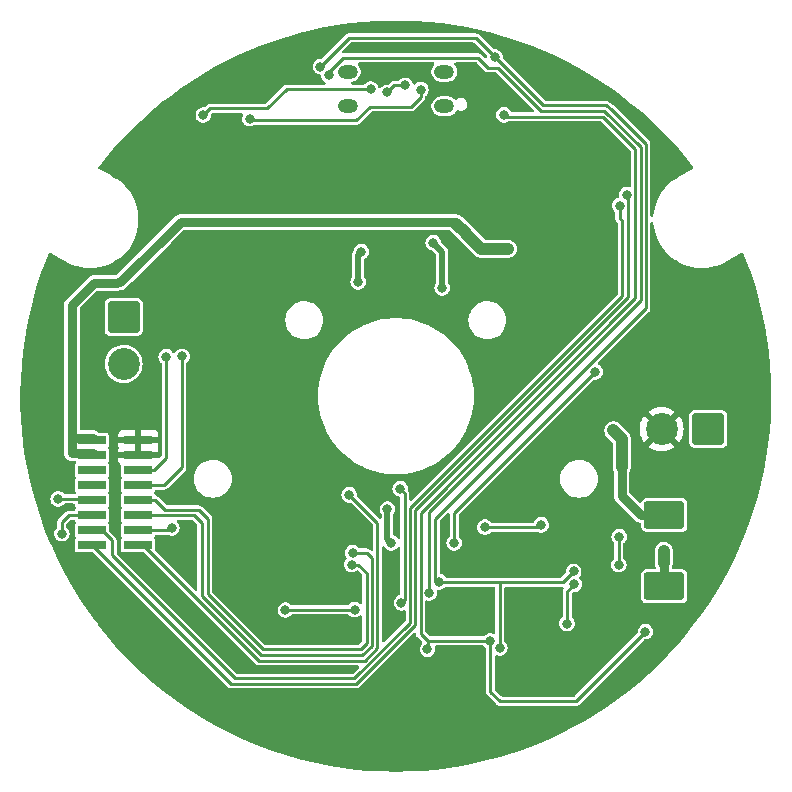
<source format=gbr>
%TF.GenerationSoftware,KiCad,Pcbnew,8.0.1*%
%TF.CreationDate,2024-05-30T20:48:59+03:00*%
%TF.ProjectId,jantteri_right,6a616e74-7465-4726-995f-72696768742e,rev?*%
%TF.SameCoordinates,Original*%
%TF.FileFunction,Copper,L2,Bot*%
%TF.FilePolarity,Positive*%
%FSLAX46Y46*%
G04 Gerber Fmt 4.6, Leading zero omitted, Abs format (unit mm)*
G04 Created by KiCad (PCBNEW 8.0.1) date 2024-05-30 20:48:59*
%MOMM*%
%LPD*%
G01*
G04 APERTURE LIST*
G04 Aperture macros list*
%AMRoundRect*
0 Rectangle with rounded corners*
0 $1 Rounding radius*
0 $2 $3 $4 $5 $6 $7 $8 $9 X,Y pos of 4 corners*
0 Add a 4 corners polygon primitive as box body*
4,1,4,$2,$3,$4,$5,$6,$7,$8,$9,$2,$3,0*
0 Add four circle primitives for the rounded corners*
1,1,$1+$1,$2,$3*
1,1,$1+$1,$4,$5*
1,1,$1+$1,$6,$7*
1,1,$1+$1,$8,$9*
0 Add four rect primitives between the rounded corners*
20,1,$1+$1,$2,$3,$4,$5,0*
20,1,$1+$1,$4,$5,$6,$7,0*
20,1,$1+$1,$6,$7,$8,$9,0*
20,1,$1+$1,$8,$9,$2,$3,0*%
G04 Aperture macros list end*
%TA.AperFunction,ComponentPad*%
%ADD10O,1.700000X1.200000*%
%TD*%
%TA.AperFunction,ComponentPad*%
%ADD11RoundRect,0.250001X1.099999X1.099999X-1.099999X1.099999X-1.099999X-1.099999X1.099999X-1.099999X0*%
%TD*%
%TA.AperFunction,ComponentPad*%
%ADD12C,2.700000*%
%TD*%
%TA.AperFunction,ComponentPad*%
%ADD13RoundRect,0.250001X-1.099999X1.099999X-1.099999X-1.099999X1.099999X-1.099999X1.099999X1.099999X0*%
%TD*%
%TA.AperFunction,SMDPad,CuDef*%
%ADD14RoundRect,0.235000X-1.465000X0.940000X-1.465000X-0.940000X1.465000X-0.940000X1.465000X0.940000X0*%
%TD*%
%TA.AperFunction,SMDPad,CuDef*%
%ADD15R,2.400000X0.740000*%
%TD*%
%TA.AperFunction,ViaPad*%
%ADD16C,0.800000*%
%TD*%
%TA.AperFunction,Conductor*%
%ADD17C,0.800000*%
%TD*%
%TA.AperFunction,Conductor*%
%ADD18C,1.000000*%
%TD*%
%TA.AperFunction,Conductor*%
%ADD19C,0.250000*%
%TD*%
%TA.AperFunction,Conductor*%
%ADD20C,0.500000*%
%TD*%
G04 APERTURE END LIST*
D10*
%TO.P,J1,S1,SHIELD*%
%TO.N,unconnected-(J1-SHIELD-PadS1)_0*%
X3993320Y24504040D03*
%TO.N,unconnected-(J1-SHIELD-PadS1)_1*%
X3993320Y27444040D03*
%TO.N,unconnected-(J1-SHIELD-PadS1)*%
X-4206680Y24504040D03*
%TO.N,unconnected-(J1-SHIELD-PadS1)_2*%
X-4206680Y27444040D03*
%TD*%
D11*
%TO.P,J2,1,Pin_1*%
%TO.N,/Sheet65F0AC28/BAT+*%
X26339800Y-2814320D03*
D12*
%TO.P,J2,2,Pin_2*%
%TO.N,GND*%
X22379800Y-2814320D03*
%TD*%
D13*
%TO.P,J3,1,Pin_1*%
%TO.N,/Sheet6601D6D0/MOTOR-*%
X-23164800Y6672580D03*
D12*
%TO.P,J3,2,Pin_2*%
%TO.N,/Sheet6601D6D0/MOTOR+*%
X-23164800Y2712580D03*
%TD*%
D14*
%TO.P,L1,1*%
%TO.N,Net-(Q2-S)*%
X22606000Y-10079000D03*
%TO.P,L1,2*%
%TO.N,Net-(U3-SRP)*%
X22606000Y-16129000D03*
%TD*%
D15*
%TO.P,J4,1,Pin_1*%
%TO.N,GND*%
X-21931080Y-3751580D03*
%TO.P,J4,2,Pin_2*%
%TO.N,V_SYSTEM_out*%
X-25831080Y-3751580D03*
%TO.P,J4,3,Pin_3*%
%TO.N,GND*%
X-21931080Y-5021580D03*
%TO.P,J4,4,Pin_4*%
%TO.N,V_SYSTEM_out*%
X-25831080Y-5021580D03*
%TO.P,J4,5,Pin_5*%
%TO.N,SCL_out*%
X-21931080Y-6291580D03*
%TO.P,J4,6,Pin_6*%
%TO.N,unconnected-(J4-Pin_6-Pad6)*%
X-25831080Y-6291580D03*
%TO.P,J4,7,Pin_7*%
%TO.N,SDA_out*%
X-21931080Y-7561580D03*
%TO.P,J4,8,Pin_8*%
%TO.N,unconnected-(J4-Pin_8-Pad8)*%
X-25831080Y-7561580D03*
%TO.P,J4,9,Pin_9*%
%TO.N,MOTOR_B_out*%
X-21931080Y-8831580D03*
%TO.P,J4,10,Pin_10*%
%TO.N,STAT1_out*%
X-25831080Y-8831580D03*
%TO.P,J4,11,Pin_11*%
%TO.N,MOTOR_A_out*%
X-21931080Y-10101580D03*
%TO.P,J4,12,Pin_12*%
%TO.N,STAT2_out*%
X-25831080Y-10101580D03*
%TO.P,J4,13,Pin_13*%
%TO.N,DRV_n_FAULT_out*%
X-21931080Y-11371580D03*
%TO.P,J4,14,Pin_14*%
%TO.N,RXD_out*%
X-25831080Y-11371580D03*
%TO.P,J4,15,Pin_15*%
%TO.N,DRV_SLEEP_out*%
X-21931080Y-12641580D03*
%TO.P,J4,16,Pin_16*%
%TO.N,TXD_out*%
X-25831080Y-12641580D03*
%TD*%
D16*
%TO.N,GND*%
X-1524000Y-7366000D03*
X-12560300Y-6520180D03*
X-20929600Y2989580D03*
X3970020Y20010120D03*
X7620000Y15240000D03*
X-17670780Y-23169880D03*
X11099800Y13850620D03*
X-16916400Y3281680D03*
X-9550400Y20655280D03*
X13538200Y26090880D03*
X-3454400Y-10866120D03*
X-10248900Y-28084780D03*
X16395700Y21391880D03*
X-23995380Y-2677160D03*
X-12750800Y-13075920D03*
X-10833100Y-10574020D03*
X-6604000Y2794000D03*
X-11442700Y17924780D03*
X-508000Y-19050000D03*
X16304260Y13769340D03*
X13665200Y-14765020D03*
X-20073620Y-15961360D03*
X-4102100Y22204680D03*
X9906000Y3048000D03*
X-9906000Y2286000D03*
X6159500Y25976580D03*
X2819400Y29570680D03*
X-5842000Y8890000D03*
X13055600Y-18981420D03*
X8597900Y18298160D03*
X-8382000Y10160000D03*
X-22298660Y-18524220D03*
X4648200Y-22410420D03*
X6009640Y-18117820D03*
X11480800Y-20251420D03*
X12192000Y6096000D03*
X-15356840Y6544820D03*
X-4076700Y-27630120D03*
X7366000Y9906000D03*
X-19055080Y-12306300D03*
X-11607800Y26903680D03*
X-508000Y13462000D03*
X7112000Y-254000D03*
X1917700Y-27477720D03*
X-11938000Y7620000D03*
X22606000Y1452880D03*
X26682700Y-8237220D03*
X-15519400Y-3713480D03*
X-1803400Y20642580D03*
X-762000Y-13716000D03*
X29273500Y-350520D03*
X-21927820Y-14089380D03*
X-26167080Y-14866620D03*
X-17952720Y-18028920D03*
%TO.N,V_SYSTEM_out*%
X8382000Y12446000D03*
X9398000Y12446000D03*
X7366000Y12446000D03*
%TO.N,Net-(Q2-S)*%
X18999200Y-4757420D03*
X18294200Y-2922420D03*
X18999200Y-3627420D03*
%TO.N,Net-(D2-K)*%
X12192000Y-10922000D03*
X7423993Y-11123000D03*
%TO.N,/Sheet6601D6D0/VINT*%
X-9461500Y-18130520D03*
X-3606800Y-18105120D03*
%TO.N,/Sheet65F0AC28/VREF*%
X-6502400Y27877022D03*
X14935200Y-14866620D03*
X8687735Y-21340659D03*
X3556000Y-15748000D03*
X8280400Y28668980D03*
%TO.N,Net-(Q6-S)*%
X-3048000Y12192000D03*
X3810000Y9144000D03*
X-508000Y-12446000D03*
X-3302000Y9652000D03*
X3048000Y12954000D03*
X-828485Y-9585515D03*
%TO.N,/Sheet65F0AC28/BAT+*%
X18796000Y-11938000D03*
X18750986Y-14305986D03*
%TO.N,Net-(U3-SRP)*%
X22555200Y-14155420D03*
X22555200Y-13139420D03*
%TO.N,STAT1_out*%
X-5806361Y27159016D03*
X-28712160Y-8729980D03*
X2706200Y-16695420D03*
%TO.N,STAT2_out*%
X-28399740Y-11676380D03*
X2552700Y-21457920D03*
X9042400Y23792180D03*
X21018500Y-19972020D03*
X7874000Y-20759420D03*
%TO.N,/Sheet65F09169/USB_D-*%
X-866306Y25682696D03*
X674002Y26286440D03*
%TO.N,/Sheet65F09169/CC1*%
X1988820Y25924041D03*
X-12496800Y23474680D03*
%TO.N,/Sheet65F09169/CC2*%
X-16421100Y23779480D03*
X-2247900Y25974040D03*
%TO.N,SDA_out*%
X-18224500Y3332480D03*
%TO.N,SCL_out*%
X-19570700Y3307080D03*
%TO.N,MOTOR_A_out*%
X-3784600Y-13291820D03*
%TO.N,MOTOR_B_out*%
X-3856874Y-14289207D03*
%TO.N,DRV_n_FAULT_out*%
X-19077940Y-11178540D03*
%TO.N,DRV_SLEEP_out*%
X-4064000Y-8382000D03*
%TO.N,TXD_out*%
X19435600Y17018000D03*
%TO.N,RXD_out*%
X18833000Y16099580D03*
%TO.N,Net-(U3-BATDRV)*%
X4826000Y-12446000D03*
X16764000Y2032000D03*
%TO.N,Net-(U3-ISET2)*%
X14376400Y-19286220D03*
X15004070Y-15958420D03*
%TO.N,Net-(U3-ACDRV)*%
X356200Y-17526000D03*
X254000Y-7874000D03*
%TD*%
D17*
%TO.N,V_SYSTEM_out*%
X4876800Y14711680D02*
X-18346420Y14711680D01*
X-27543760Y-3576320D02*
X-27543760Y-4856480D01*
X-23689076Y9550400D02*
X-25699720Y9550400D01*
X-27543760Y7706360D02*
X-27543760Y-3576320D01*
X-27543760Y-3576320D02*
X-25807500Y-3576320D01*
D18*
X7112000Y12446000D02*
X9398000Y12446000D01*
X5822950Y13765530D02*
X5822950Y13735050D01*
X5822950Y13735050D02*
X7112000Y12446000D01*
D17*
X5008699Y14579781D02*
X4876800Y14711680D01*
X-27543760Y-4856480D02*
X-27515820Y-4828540D01*
X-25699720Y9550400D02*
X-27543760Y7706360D01*
X-25807500Y-3576320D02*
X-25789720Y-3558540D01*
X-18346420Y14711680D02*
X-23449280Y9608820D01*
X-27515820Y-4828540D02*
X-25789720Y-4828540D01*
D18*
X5008699Y14579781D02*
X5822950Y13765530D01*
D17*
X-23449280Y9608820D02*
X-23630656Y9608820D01*
X-23630656Y9608820D02*
X-23689076Y9550400D01*
%TO.N,Net-(Q2-S)*%
X18999200Y-6071419D02*
X18999200Y-8458200D01*
X18999200Y-8458200D02*
X20620000Y-10079000D01*
X20620000Y-10079000D02*
X22606000Y-10079000D01*
D18*
X18999200Y-3627420D02*
X18294200Y-2922420D01*
X18999200Y-4757420D02*
X18999200Y-6071419D01*
X18999200Y-4757420D02*
X18999200Y-3627420D01*
D19*
%TO.N,Net-(D2-K)*%
X11991000Y-11123000D02*
X12192000Y-10922000D01*
X7423993Y-11123000D02*
X11991000Y-11123000D01*
%TO.N,/Sheet6601D6D0/VINT*%
X-3606800Y-18105120D02*
X-9436100Y-18105120D01*
X-9448800Y-18117820D02*
X-9461500Y-18130520D01*
X-9436100Y-18105120D02*
X-9461500Y-18130520D01*
%TO.N,/Sheet65F0AC28/VREF*%
X3522980Y-15781020D02*
X3200400Y-15781020D01*
X8229600Y28719780D02*
X8280400Y28668980D01*
X3589020Y-15781020D02*
X3556000Y-15748000D01*
X14935200Y-14866620D02*
X14020800Y-15781020D01*
X8585200Y-15781020D02*
X12598400Y-15781020D01*
X17674066Y24585936D02*
X12363444Y24585936D01*
X17783120Y24509240D02*
X17674066Y24585936D01*
X3200400Y-15781020D02*
X3200400Y-10426630D01*
X8687735Y-15883555D02*
X8687735Y-21340659D01*
X8585200Y-15781020D02*
X8687735Y-15883555D01*
X8280400Y28668980D02*
X6653699Y30295681D01*
X-6502400Y27877022D02*
X-5659642Y28719780D01*
X6653699Y30295681D02*
X-4083741Y30295681D01*
X18063689Y24307100D02*
X17783120Y24509240D01*
X4724400Y-15781020D02*
X8585200Y-15781020D01*
X14020800Y-15781020D02*
X12598400Y-15781020D01*
X-4083741Y30295681D02*
X-5659642Y28719780D01*
X21060620Y21310169D02*
X18063689Y24307100D01*
X21060620Y7433590D02*
X21060620Y21310169D01*
X3556000Y-15748000D02*
X3522980Y-15781020D01*
X3200400Y-10426630D02*
X21060620Y7433590D01*
X12363444Y24585936D02*
X8280400Y28668980D01*
X4724400Y-15781020D02*
X3589020Y-15781020D01*
D20*
%TO.N,Net-(Q6-S)*%
X-3302000Y9652000D02*
X-3302000Y11938000D01*
X3810000Y12192000D02*
X3048000Y12954000D01*
X-828485Y-12125515D02*
X-508000Y-12446000D01*
X-3302000Y11938000D02*
X-3048000Y12192000D01*
X-828485Y-9585515D02*
X-828485Y-12125515D01*
X3810000Y9144000D02*
X3810000Y12192000D01*
D19*
%TO.N,/Sheet65F0AC28/BAT+*%
X18750986Y-11983014D02*
X18796000Y-11938000D01*
X18750986Y-14305986D02*
X18750986Y-11983014D01*
D17*
%TO.N,Net-(U3-SRP)*%
X22606000Y-16129000D02*
X22606000Y-14206220D01*
X22606000Y-14206220D02*
X22555200Y-14155420D01*
D18*
X22555200Y-14155420D02*
X22555200Y-13139420D01*
D19*
%TO.N,STAT1_out*%
X-5806361Y27159016D02*
X-5806361Y27402520D01*
X17531442Y24135926D02*
X20610610Y21056758D01*
X-25932680Y-8729980D02*
X-25831080Y-8831580D01*
X12177044Y24135926D02*
X17531442Y24135926D01*
X-4590701Y28618180D02*
X6858000Y28618180D01*
X20610610Y21056758D02*
X20610610Y8103370D01*
X8558390Y27754580D02*
X12177044Y24135926D01*
X20610610Y8103370D02*
X2706200Y-9801040D01*
X2706200Y-9801040D02*
X2706200Y-16695420D01*
X-25881160Y-8729980D02*
X-25789720Y-8638540D01*
X-28712160Y-8729980D02*
X-25932680Y-8729980D01*
X7721600Y27754580D02*
X8558390Y27754580D01*
X6858000Y28618180D02*
X7721600Y27754580D01*
X-5806361Y27402520D02*
X-4590701Y28618180D01*
%TO.N,STAT2_out*%
X7874000Y-20759420D02*
X7874000Y-21599926D01*
X-27828240Y-10101580D02*
X-25831080Y-10101580D01*
X2590800Y-20759420D02*
X7874000Y-20759420D01*
X20160600Y8289770D02*
X20160600Y20870358D01*
X2590800Y-21419820D02*
X2552700Y-21457920D01*
X17391178Y23639780D02*
X9194800Y23639780D01*
X8686800Y-25852120D02*
X15138400Y-25852120D01*
X7874000Y-25039320D02*
X8686800Y-25852120D01*
X2590800Y-20759420D02*
X1981200Y-20149820D01*
X7874000Y-21599926D02*
X7874000Y-25039320D01*
X1981200Y-9889630D02*
X20160600Y8289770D01*
X-28399740Y-11676380D02*
X-28399740Y-10673080D01*
X15138400Y-25852120D02*
X21018500Y-19972020D01*
X2590800Y-20759420D02*
X2590800Y-21419820D01*
X9194800Y23639780D02*
X9042400Y23792180D01*
X-28399740Y-10673080D02*
X-27828240Y-10101580D01*
X1981200Y-20149820D02*
X1981200Y-9889630D01*
X20160600Y20870358D02*
X17391178Y23639780D01*
%TO.N,/Sheet65F09169/USB_D-*%
X674002Y26286440D02*
X-262562Y26286440D01*
X-262562Y26286440D02*
X-866306Y25682696D01*
%TO.N,/Sheet65F09169/CC1*%
X-12496800Y23474680D02*
X-12357100Y23334980D01*
X-12357100Y23334980D02*
X-3469640Y23334980D01*
X-3469640Y23334980D02*
X-2344420Y24460200D01*
X-2344420Y24460200D02*
X1193800Y24460200D01*
X1193800Y24460200D02*
X1988820Y25255220D01*
X1988820Y25255220D02*
X1988820Y25924041D01*
%TO.N,/Sheet65F09169/CC2*%
X-15875000Y24325580D02*
X-10999610Y24325580D01*
X-9351150Y25974040D02*
X-10999610Y24325580D01*
X-16421100Y23779480D02*
X-15875000Y24325580D01*
X-2247900Y25974040D02*
X-2339340Y25974040D01*
X-2247900Y25974040D02*
X-9351150Y25974040D01*
%TO.N,SDA_out*%
X-18224500Y-6027420D02*
X-18224500Y3332480D01*
X-19758660Y-7561580D02*
X-18224500Y-6027420D01*
X-21931080Y-7561580D02*
X-19758660Y-7561580D01*
%TO.N,SCL_out*%
X-21931080Y-6291580D02*
X-20629880Y-6291580D01*
X-19570700Y-5232400D02*
X-19570700Y-4448725D01*
X-19570700Y3307080D02*
X-19570700Y-4448725D01*
X-20629880Y-6291580D02*
X-19570700Y-5232400D01*
%TO.N,MOTOR_A_out*%
X-16535400Y-16950830D02*
X-16535400Y-10777220D01*
X-16535400Y-10777220D02*
X-17211040Y-10101580D01*
X-2126410Y-21144520D02*
X-2955000Y-21973110D01*
X-2590800Y-13291820D02*
X-2126410Y-13756210D01*
X-11513120Y-21973110D02*
X-16535400Y-16950830D01*
X-2126410Y-13756210D02*
X-2126410Y-21144520D01*
X-3784600Y-13291820D02*
X-2590800Y-13291820D01*
X-17211040Y-10101580D02*
X-21931080Y-10101580D01*
X-2955000Y-21973110D02*
X-11513120Y-21973110D01*
%TO.N,MOTOR_B_out*%
X-3088920Y-21470620D02*
X-2576420Y-20958120D01*
X-2576420Y-20958120D02*
X-2576420Y-14993620D01*
X-2576420Y-14993620D02*
X-3280833Y-14289207D01*
X-21931080Y-8831580D02*
X-20481080Y-8831580D01*
X-16810150Y-9651570D02*
X-16027400Y-10434320D01*
X-16027400Y-10434320D02*
X-16027400Y-16822420D01*
X-16027400Y-16822420D02*
X-11379200Y-21470620D01*
X-20481080Y-8831580D02*
X-19661090Y-9651570D01*
X-19661090Y-9651570D02*
X-16810150Y-9651570D01*
X-11379200Y-21470620D02*
X-3088920Y-21470620D01*
X-3280833Y-14289207D02*
X-3856874Y-14289207D01*
%TO.N,DRV_n_FAULT_out*%
X-21931080Y-11371580D02*
X-19270980Y-11371580D01*
X-19270980Y-11371580D02*
X-19077940Y-11178540D01*
%TO.N,DRV_SLEEP_out*%
X-1676400Y-10769600D02*
X-4064000Y-8382000D01*
X-1676400Y-21330920D02*
X-1676400Y-10769600D01*
X-21889720Y-12448540D02*
X-21674100Y-12448540D01*
X-21674100Y-12448540D02*
X-11699521Y-22423119D01*
X-2768600Y-22423120D02*
X-1676400Y-21330920D01*
X-11699521Y-22423119D02*
X-2768600Y-22423120D01*
%TO.N,TXD_out*%
X1531200Y-19396112D02*
X-3456688Y-24384000D01*
X-25831080Y-12641580D02*
X-14088660Y-24384000D01*
X1531200Y-9703234D02*
X1531200Y-19396112D01*
X19558000Y16895600D02*
X19435600Y17018000D01*
X1531200Y-9703234D02*
X19558000Y8323566D01*
X-3456688Y-24384000D02*
X-14088660Y-24384000D01*
X19558000Y8323566D02*
X19558000Y16895600D01*
%TO.N,RXD_out*%
X-13716000Y-23934000D02*
X-24130000Y-13520000D01*
X-24130000Y-12242660D02*
X-25001080Y-11371580D01*
X-3643084Y-23934000D02*
X-13716000Y-23934000D01*
X1081200Y-9516838D02*
X1081200Y-19209716D01*
X19050000Y14806000D02*
X19050000Y8451962D01*
X1081200Y-19209716D02*
X-3643084Y-23934000D01*
X19050000Y8451962D02*
X1081200Y-9516838D01*
X-25001080Y-11371580D02*
X-25831080Y-11371580D01*
X18833000Y15023000D02*
X19050000Y14806000D01*
X-24130000Y-13520000D02*
X-24130000Y-12242660D01*
X18833000Y16099580D02*
X18833000Y15023000D01*
%TO.N,Net-(U3-BATDRV)*%
X4826000Y-9906000D02*
X16764000Y2032000D01*
X4826000Y-12446000D02*
X4826000Y-9906000D01*
%TO.N,Net-(U3-ISET2)*%
X15004070Y-15958420D02*
X14376400Y-16586090D01*
X14376400Y-16586090D02*
X14376400Y-19286220D01*
%TO.N,Net-(U3-ACDRV)*%
X356200Y-17526000D02*
X631200Y-17251000D01*
X631200Y-17251000D02*
X631200Y-8251200D01*
X631200Y-8251200D02*
X254000Y-7874000D01*
%TD*%
%TA.AperFunction,Conductor*%
%TO.N,GND*%
G36*
X440732Y31769218D02*
G01*
X1541420Y31730928D01*
X1545758Y31730701D01*
X2644410Y31654172D01*
X2648763Y31653793D01*
X3744113Y31539112D01*
X3748454Y31538581D01*
X4839190Y31385883D01*
X4843416Y31385216D01*
X5928168Y31194694D01*
X5932438Y31193868D01*
X7009926Y30965746D01*
X7014162Y30964772D01*
X8083051Y30699332D01*
X8087267Y30698207D01*
X8258449Y30649319D01*
X9146225Y30395783D01*
X9150410Y30394509D01*
X10198265Y30055437D01*
X10202378Y30054027D01*
X11237836Y29678721D01*
X11241838Y29677191D01*
X12263632Y29266110D01*
X12267640Y29264416D01*
X13274526Y28818059D01*
X13278389Y28816265D01*
X14269156Y28335170D01*
X14273039Y28333200D01*
X15246404Y27817992D01*
X15250240Y27815876D01*
X16205162Y27267107D01*
X16208862Y27264894D01*
X17144133Y26683255D01*
X17147762Y26680909D01*
X18062234Y26067115D01*
X18065795Y26064634D01*
X18947963Y25426946D01*
X18958354Y25419435D01*
X18961851Y25416813D01*
X19209244Y25224540D01*
X19831418Y24740989D01*
X19834830Y24738241D01*
X20063838Y24547124D01*
X20680387Y24032587D01*
X20683673Y24029746D01*
X21451516Y23342279D01*
X21504221Y23295091D01*
X21507398Y23292146D01*
X22301897Y22529418D01*
X22304977Y22526357D01*
X23072473Y21736476D01*
X23075471Y21733281D01*
X23815021Y20917220D01*
X23817906Y20913923D01*
X24528629Y20072653D01*
X24531398Y20069258D01*
X25053200Y19406155D01*
X25079607Y19340253D01*
X25066192Y19270535D01*
X25017215Y19219137D01*
X25017181Y19219118D01*
X23762050Y18494467D01*
X23762046Y18494464D01*
X23752929Y18489201D01*
X23732969Y18477678D01*
X23712296Y18465741D01*
X23712295Y18465741D01*
X23701989Y18459789D01*
X23701667Y18459560D01*
X23560477Y18378042D01*
X23560462Y18378032D01*
X23242252Y18151430D01*
X23242250Y18151429D01*
X22947015Y17895604D01*
X22677432Y17612869D01*
X22677425Y17612861D01*
X22435952Y17305798D01*
X22435936Y17305776D01*
X22224746Y16977154D01*
X22045733Y16629913D01*
X22045733Y16629912D01*
X21900542Y16267238D01*
X21900540Y16267233D01*
X21900539Y16267229D01*
X21790485Y15892414D01*
X21790482Y15892402D01*
X21716554Y15508822D01*
X21716551Y15508799D01*
X21691549Y15246960D01*
X21665163Y15181049D01*
X21607331Y15139867D01*
X21536415Y15136489D01*
X21474930Y15171987D01*
X21442397Y15235091D01*
X21440120Y15258937D01*
X21440120Y21360130D01*
X21440120Y21360131D01*
X21414258Y21456651D01*
X21414256Y21456654D01*
X21414256Y21456656D01*
X21364298Y21543185D01*
X21364290Y21543195D01*
X21289250Y21618235D01*
X21289227Y21618256D01*
X18350057Y24557426D01*
X18341546Y24566840D01*
X18326067Y24585801D01*
X18326064Y24585804D01*
X18318624Y24591164D01*
X18303186Y24604297D01*
X18296708Y24610775D01*
X18296705Y24610777D01*
X18296704Y24610778D01*
X18275509Y24623016D01*
X18264859Y24629902D01*
X18051773Y24783422D01*
X18044339Y24789483D01*
X18003773Y24818014D01*
X18002607Y24818844D01*
X17962400Y24847811D01*
X17954230Y24852856D01*
X17928126Y24871214D01*
X17911514Y24885183D01*
X17907085Y24889612D01*
X17883363Y24903308D01*
X17873889Y24909358D01*
X17851512Y24925096D01*
X17845634Y24927249D01*
X17825976Y24936441D01*
X17820555Y24939571D01*
X17820549Y24939574D01*
X17820548Y24939574D01*
X17820546Y24939575D01*
X17820545Y24939575D01*
X17794098Y24946662D01*
X17783377Y24950055D01*
X17757684Y24959466D01*
X17751435Y24960026D01*
X17730082Y24963814D01*
X17724029Y24965436D01*
X17724028Y24965436D01*
X17696671Y24965436D01*
X17685432Y24965938D01*
X17681554Y24966286D01*
X17658158Y24968381D01*
X17658157Y24968381D01*
X17658156Y24968381D01*
X17653679Y24967601D01*
X17651986Y24967306D01*
X17630361Y24965436D01*
X12572828Y24965436D01*
X12504707Y24985438D01*
X12483733Y25002341D01*
X8969812Y28516262D01*
X8935786Y28578574D01*
X8933826Y28620545D01*
X8939707Y28668978D01*
X8939707Y28668983D01*
X8920550Y28826760D01*
X8884483Y28921859D01*
X8864187Y28975375D01*
X8773898Y29106181D01*
X8654929Y29211579D01*
X8654928Y29211580D01*
X8654925Y29211582D01*
X8514197Y29285441D01*
X8514195Y29285442D01*
X8514193Y29285443D01*
X8514191Y29285444D01*
X8514190Y29285444D01*
X8359872Y29323480D01*
X8359871Y29323480D01*
X8214784Y29323480D01*
X8146663Y29343482D01*
X8125689Y29360385D01*
X6964563Y30521511D01*
X6964551Y30521525D01*
X6886724Y30599352D01*
X6886714Y30599360D01*
X6800179Y30649320D01*
X6789982Y30652052D01*
X6779783Y30654785D01*
X6703664Y30675182D01*
X6703661Y30675182D01*
X6603737Y30675182D01*
X6596019Y30675182D01*
X6596003Y30675181D01*
X-4026045Y30675181D01*
X-4026061Y30675182D01*
X-4033779Y30675182D01*
X-4133703Y30675182D01*
X-4181963Y30662251D01*
X-4230224Y30649320D01*
X-4256998Y30633862D01*
X-4266797Y30628204D01*
X-4297375Y30610550D01*
X-4316757Y30599359D01*
X-4316764Y30599354D01*
X-4352090Y30564027D01*
X-4387417Y30528700D01*
X-5892660Y29023457D01*
X-5892660Y29023456D01*
X-6347691Y28568426D01*
X-6410003Y28534401D01*
X-6436786Y28531522D01*
X-6581873Y28531522D01*
X-6736191Y28493486D01*
X-6736198Y28493483D01*
X-6876926Y28419624D01*
X-6876931Y28419620D01*
X-6995899Y28314222D01*
X-7086185Y28183421D01*
X-7086188Y28183415D01*
X-7142551Y28034802D01*
X-7161707Y27877026D01*
X-7161707Y27877019D01*
X-7142551Y27719243D01*
X-7093953Y27591103D01*
X-7086187Y27570627D01*
X-6995898Y27439821D01*
X-6876929Y27334423D01*
X-6876928Y27334423D01*
X-6876926Y27334421D01*
X-6802200Y27295202D01*
X-6736193Y27260559D01*
X-6581871Y27222522D01*
X-6581865Y27222522D01*
X-6574308Y27221604D01*
X-6574569Y27219458D01*
X-6516884Y27202520D01*
X-6470391Y27148864D01*
X-6459924Y27111709D01*
X-6446512Y27001237D01*
X-6409218Y26902904D01*
X-6390148Y26852621D01*
X-6299859Y26721815D01*
X-6180890Y26616417D01*
X-6132664Y26591106D01*
X-6081643Y26541739D01*
X-6065411Y26472623D01*
X-6089122Y26405703D01*
X-6145249Y26362226D01*
X-6191221Y26353540D01*
X-9401112Y26353540D01*
X-9451361Y26340076D01*
X-9497637Y26327677D01*
X-9584166Y26277719D01*
X-9584171Y26277715D01*
X-9619498Y26242387D01*
X-9654826Y26207059D01*
X-9654828Y26207057D01*
X-11119899Y24741985D01*
X-11182211Y24707960D01*
X-11208994Y24705080D01*
X-15817304Y24705080D01*
X-15817320Y24705081D01*
X-15825038Y24705081D01*
X-15924962Y24705081D01*
X-15924966Y24705081D01*
X-15993927Y24686603D01*
X-15993926Y24686602D01*
X-16021485Y24679218D01*
X-16108016Y24629259D01*
X-16108021Y24629255D01*
X-16126497Y24610778D01*
X-16178676Y24558599D01*
X-16266390Y24470885D01*
X-16328702Y24436859D01*
X-16355485Y24433980D01*
X-16500573Y24433980D01*
X-16654891Y24395944D01*
X-16654898Y24395941D01*
X-16795626Y24322082D01*
X-16795631Y24322078D01*
X-16914599Y24216680D01*
X-17004885Y24085879D01*
X-17004888Y24085873D01*
X-17061251Y23937260D01*
X-17080407Y23779484D01*
X-17080407Y23779477D01*
X-17061251Y23621701D01*
X-17012653Y23493561D01*
X-17004887Y23473085D01*
X-16914598Y23342279D01*
X-16795629Y23236881D01*
X-16795628Y23236881D01*
X-16795626Y23236879D01*
X-16720900Y23197660D01*
X-16654893Y23163017D01*
X-16500571Y23124980D01*
X-16500570Y23124980D01*
X-16341630Y23124980D01*
X-16341629Y23124980D01*
X-16187307Y23163017D01*
X-16046571Y23236881D01*
X-15927602Y23342279D01*
X-15837313Y23473085D01*
X-15780951Y23621698D01*
X-15780951Y23621699D01*
X-15780950Y23621701D01*
X-15761793Y23779477D01*
X-15761793Y23779485D01*
X-15764878Y23804893D01*
X-15753233Y23874928D01*
X-15705572Y23927549D01*
X-15639797Y23946080D01*
X-13200551Y23946080D01*
X-13132430Y23926078D01*
X-13085937Y23872422D01*
X-13075833Y23802148D01*
X-13082738Y23775405D01*
X-13101234Y23726635D01*
X-13136951Y23632460D01*
X-13156107Y23474684D01*
X-13156107Y23474677D01*
X-13136951Y23316901D01*
X-13106602Y23236879D01*
X-13080587Y23168285D01*
X-12990298Y23037479D01*
X-12871329Y22932081D01*
X-12871328Y22932081D01*
X-12871326Y22932079D01*
X-12796600Y22892860D01*
X-12730593Y22858217D01*
X-12576271Y22820180D01*
X-12576270Y22820180D01*
X-12417330Y22820180D01*
X-12417329Y22820180D01*
X-12263007Y22858217D01*
X-12122271Y22932081D01*
X-12122270Y22932083D01*
X-12120687Y22933174D01*
X-12119345Y22933617D01*
X-12115522Y22935623D01*
X-12115189Y22934988D01*
X-12053263Y22955411D01*
X-12049108Y22955480D01*
X-3527336Y22955480D01*
X-3527320Y22955479D01*
X-3519602Y22955479D01*
X-3419679Y22955479D01*
X-3419678Y22955479D01*
X-3343560Y22975876D01*
X-3343558Y22975876D01*
X-3336092Y22977878D01*
X-3323158Y22981342D01*
X-3236621Y23031304D01*
X-3165964Y23101961D01*
X-3155599Y23112326D01*
X-3155593Y23112335D01*
X-2224129Y24043798D01*
X-2161819Y24077821D01*
X-2135036Y24080700D01*
X1136104Y24080700D01*
X1136120Y24080699D01*
X1143838Y24080699D01*
X1243761Y24080699D01*
X1243762Y24080699D01*
X1319880Y24101096D01*
X1319882Y24101096D01*
X1327348Y24103098D01*
X1340282Y24106562D01*
X1426819Y24156524D01*
X1497476Y24227181D01*
X1507843Y24237548D01*
X1507850Y24237558D01*
X1690169Y24419877D01*
X2888820Y24419877D01*
X2921658Y24254791D01*
X2921660Y24254786D01*
X2985612Y24100393D01*
X2986072Y24099282D01*
X3079586Y23959328D01*
X3198608Y23840306D01*
X3338562Y23746792D01*
X3494071Y23682378D01*
X3659159Y23649540D01*
X3659160Y23649540D01*
X4327480Y23649540D01*
X4327481Y23649540D01*
X4492569Y23682378D01*
X4648078Y23746792D01*
X4788032Y23840306D01*
X4907054Y23959328D01*
X5000568Y24099282D01*
X5001025Y24100388D01*
X5001421Y24100879D01*
X5003485Y24104739D01*
X5004217Y24104348D01*
X5045571Y24155666D01*
X5112934Y24178089D01*
X5172783Y24163192D01*
X5173208Y24164215D01*
X5180040Y24161385D01*
X5180436Y24161287D01*
X5180835Y24161056D01*
X5320845Y24123540D01*
X5320847Y24123540D01*
X5465793Y24123540D01*
X5465795Y24123540D01*
X5605805Y24161056D01*
X5731335Y24233531D01*
X5833829Y24336025D01*
X5906304Y24461555D01*
X5943820Y24601565D01*
X5943820Y24746515D01*
X5906304Y24886525D01*
X5850239Y24983632D01*
X5833831Y25012052D01*
X5833823Y25012062D01*
X5731341Y25114544D01*
X5731331Y25114552D01*
X5605805Y25187024D01*
X5465795Y25224540D01*
X5320845Y25224540D01*
X5248881Y25205257D01*
X5180834Y25187024D01*
X5055308Y25114552D01*
X5055301Y25114547D01*
X5037374Y25096619D01*
X4975061Y25062595D01*
X4904245Y25067661D01*
X4859185Y25096621D01*
X4788034Y25167772D01*
X4788032Y25167774D01*
X4648078Y25261288D01*
X4523435Y25312917D01*
X4492574Y25325700D01*
X4492569Y25325702D01*
X4327483Y25358540D01*
X4327481Y25358540D01*
X3659159Y25358540D01*
X3659156Y25358540D01*
X3494070Y25325702D01*
X3494065Y25325700D01*
X3338561Y25261288D01*
X3198612Y25167777D01*
X3198605Y25167772D01*
X3079588Y25048755D01*
X3079583Y25048748D01*
X2986072Y24908799D01*
X2921660Y24753295D01*
X2921658Y24753290D01*
X2888820Y24588204D01*
X2888820Y24419877D01*
X1690169Y24419877D01*
X2211462Y24941170D01*
X2211472Y24941177D01*
X2292490Y25022195D01*
X2292496Y25022201D01*
X2342458Y25108738D01*
X2349063Y25133388D01*
X2368321Y25205258D01*
X2368321Y25305182D01*
X2368321Y25312899D01*
X2368320Y25312917D01*
X2368320Y25329139D01*
X2388322Y25397260D01*
X2410762Y25423448D01*
X2482318Y25486840D01*
X2572607Y25617646D01*
X2628969Y25766259D01*
X2628969Y25766260D01*
X2628970Y25766262D01*
X2648127Y25924038D01*
X2648127Y25924045D01*
X2628970Y26081821D01*
X2610007Y26131822D01*
X2572607Y26230436D01*
X2482318Y26361242D01*
X2363349Y26466640D01*
X2363348Y26466641D01*
X2363345Y26466643D01*
X2222617Y26540502D01*
X2222615Y26540503D01*
X2222613Y26540504D01*
X2222611Y26540505D01*
X2222610Y26540505D01*
X2068292Y26578541D01*
X2068291Y26578541D01*
X1909349Y26578541D01*
X1909347Y26578541D01*
X1755029Y26540505D01*
X1755022Y26540502D01*
X1614294Y26466643D01*
X1614289Y26466639D01*
X1519421Y26382592D01*
X1455168Y26352391D01*
X1384787Y26361722D01*
X1330624Y26407623D01*
X1317619Y26437386D01*
X1316854Y26437095D01*
X1303380Y26472623D01*
X1257789Y26592835D01*
X1167500Y26723641D01*
X1048531Y26829039D01*
X1048530Y26829040D01*
X1048527Y26829042D01*
X907799Y26902901D01*
X907797Y26902902D01*
X907795Y26902903D01*
X907793Y26902904D01*
X907792Y26902904D01*
X753474Y26940940D01*
X753473Y26940940D01*
X594531Y26940940D01*
X594529Y26940940D01*
X440211Y26902904D01*
X440204Y26902901D01*
X299476Y26829042D01*
X299471Y26829038D01*
X180505Y26723643D01*
X180504Y26723642D01*
X178243Y26720365D01*
X175970Y26718524D01*
X175451Y26717937D01*
X175353Y26718024D01*
X123085Y26675665D01*
X74546Y26665940D01*
X-204866Y26665940D01*
X-204882Y26665941D01*
X-212600Y26665941D01*
X-312524Y26665941D01*
X-344696Y26657321D01*
X-388646Y26645545D01*
X-388647Y26645544D01*
X-409044Y26640078D01*
X-409045Y26640078D01*
X-409047Y26640077D01*
X-409048Y26640077D01*
X-494895Y26590514D01*
X-494894Y26590513D01*
X-495580Y26590117D01*
X-495582Y26590116D01*
X-569055Y26516642D01*
X-711598Y26374100D01*
X-773907Y26340076D01*
X-800691Y26337196D01*
X-945779Y26337196D01*
X-1100097Y26299160D01*
X-1100104Y26299157D01*
X-1240832Y26225298D01*
X-1240837Y26225294D01*
X-1332664Y26143942D01*
X-1348210Y26130168D01*
X-1359806Y26119895D01*
X-1359807Y26119895D01*
X-1381309Y26088743D01*
X-1436468Y26044043D01*
X-1507037Y26036261D01*
X-1570610Y26067867D01*
X-1604632Y26124853D01*
X-1605048Y26124695D01*
X-1605937Y26127039D01*
X-1607004Y26128826D01*
X-1607343Y26130168D01*
X-1607751Y26131820D01*
X-1607751Y26131822D01*
X-1664113Y26280435D01*
X-1754402Y26411241D01*
X-1873371Y26516639D01*
X-1873372Y26516640D01*
X-1873375Y26516642D01*
X-2014103Y26590501D01*
X-2014105Y26590502D01*
X-2014107Y26590503D01*
X-2014109Y26590504D01*
X-2014110Y26590504D01*
X-2168428Y26628540D01*
X-2168429Y26628540D01*
X-2327371Y26628540D01*
X-2327373Y26628540D01*
X-2481691Y26590504D01*
X-2481698Y26590501D01*
X-2622426Y26516642D01*
X-2622431Y26516638D01*
X-2741397Y26411243D01*
X-2741398Y26411242D01*
X-2743659Y26407965D01*
X-2745932Y26406124D01*
X-2746451Y26405537D01*
X-2746549Y26405624D01*
X-2798817Y26363265D01*
X-2847356Y26353540D01*
X-3779671Y26353540D01*
X-3847792Y26373542D01*
X-3894285Y26427198D01*
X-3904389Y26497472D01*
X-3874895Y26562052D01*
X-3815169Y26600436D01*
X-3804253Y26603119D01*
X-3707431Y26622378D01*
X-3551922Y26686792D01*
X-3411968Y26780306D01*
X-3292946Y26899328D01*
X-3199432Y27039282D01*
X-3135018Y27194791D01*
X-3102180Y27359879D01*
X-3102180Y27528201D01*
X-3135018Y27693289D01*
X-3199432Y27848798D01*
X-3292946Y27988752D01*
X-3327779Y28023585D01*
X-3361805Y28085897D01*
X-3356740Y28156712D01*
X-3314193Y28213548D01*
X-3247673Y28238359D01*
X-3238684Y28238680D01*
X3025324Y28238680D01*
X3093445Y28218678D01*
X3139938Y28165022D01*
X3150042Y28094748D01*
X3120548Y28030168D01*
X3114419Y28023585D01*
X3079588Y27988755D01*
X3079583Y27988748D01*
X2986072Y27848799D01*
X2921660Y27693295D01*
X2921658Y27693290D01*
X2888820Y27528204D01*
X2888820Y27359877D01*
X2921658Y27194791D01*
X2921660Y27194786D01*
X2938994Y27152938D01*
X2986072Y27039282D01*
X3079586Y26899328D01*
X3198608Y26780306D01*
X3338562Y26686792D01*
X3494071Y26622378D01*
X3659159Y26589540D01*
X3659160Y26589540D01*
X4327480Y26589540D01*
X4327481Y26589540D01*
X4492569Y26622378D01*
X4648078Y26686792D01*
X4788032Y26780306D01*
X4907054Y26899328D01*
X5000568Y27039282D01*
X5064982Y27194791D01*
X5097820Y27359879D01*
X5097820Y27528201D01*
X5064982Y27693289D01*
X5000568Y27848798D01*
X4907054Y27988752D01*
X4872221Y28023585D01*
X4838195Y28085897D01*
X4843260Y28156712D01*
X4885807Y28213548D01*
X4952327Y28238359D01*
X4961316Y28238680D01*
X6648616Y28238680D01*
X6716737Y28218678D01*
X6737711Y28201775D01*
X7413513Y27525973D01*
X7413534Y27525950D01*
X7488574Y27450910D01*
X7488579Y27450906D01*
X7488581Y27450904D01*
X7488582Y27450903D01*
X7488584Y27450902D01*
X7575114Y27400944D01*
X7575118Y27400942D01*
X7595509Y27395479D01*
X7595514Y27395476D01*
X7595515Y27395477D01*
X7671638Y27375079D01*
X7779280Y27375079D01*
X7779296Y27375080D01*
X8349006Y27375080D01*
X8417127Y27355078D01*
X8438101Y27338175D01*
X11541901Y24234375D01*
X11575927Y24172063D01*
X11570862Y24101248D01*
X11528315Y24044412D01*
X11461795Y24019601D01*
X11452806Y24019280D01*
X9743231Y24019280D01*
X9675110Y24039282D01*
X9628617Y24092938D01*
X9626564Y24097855D01*
X9626189Y24098569D01*
X9626187Y24098575D01*
X9535898Y24229381D01*
X9416929Y24334779D01*
X9416928Y24334780D01*
X9416925Y24334782D01*
X9276197Y24408641D01*
X9276195Y24408642D01*
X9276193Y24408643D01*
X9276191Y24408644D01*
X9276190Y24408644D01*
X9121872Y24446680D01*
X9121871Y24446680D01*
X8962929Y24446680D01*
X8962927Y24446680D01*
X8808609Y24408644D01*
X8808602Y24408641D01*
X8667874Y24334782D01*
X8667869Y24334778D01*
X8548901Y24229380D01*
X8458615Y24098579D01*
X8458612Y24098573D01*
X8402249Y23949960D01*
X8383093Y23792184D01*
X8383093Y23792177D01*
X8402249Y23634401D01*
X8450847Y23506261D01*
X8458613Y23485785D01*
X8548902Y23354979D01*
X8667871Y23249581D01*
X8667872Y23249581D01*
X8667874Y23249579D01*
X8717802Y23223375D01*
X8808607Y23175717D01*
X8962929Y23137680D01*
X8962930Y23137680D01*
X9121870Y23137680D01*
X9121871Y23137680D01*
X9276193Y23175717D01*
X9409816Y23245849D01*
X9468371Y23260280D01*
X17181794Y23260280D01*
X17249915Y23240278D01*
X17270889Y23223375D01*
X19744195Y20750069D01*
X19778221Y20687757D01*
X19781100Y20660974D01*
X19781100Y17767758D01*
X19761098Y17699637D01*
X19707442Y17653144D01*
X19637168Y17643040D01*
X19624947Y17645419D01*
X19515074Y17672500D01*
X19515071Y17672500D01*
X19356129Y17672500D01*
X19356127Y17672500D01*
X19201809Y17634464D01*
X19201802Y17634461D01*
X19061074Y17560602D01*
X19061069Y17560598D01*
X18942101Y17455200D01*
X18851815Y17324399D01*
X18851812Y17324393D01*
X18795449Y17175780D01*
X18776293Y17018004D01*
X18776293Y17017997D01*
X18793290Y16878009D01*
X18781645Y16807974D01*
X18733984Y16755353D01*
X18698363Y16740483D01*
X18599209Y16716044D01*
X18599202Y16716041D01*
X18458474Y16642182D01*
X18458469Y16642178D01*
X18339501Y16536780D01*
X18249215Y16405979D01*
X18249212Y16405973D01*
X18192849Y16257360D01*
X18173693Y16099584D01*
X18173693Y16099577D01*
X18192849Y15941801D01*
X18249212Y15793188D01*
X18249215Y15793182D01*
X18339500Y15662381D01*
X18339501Y15662380D01*
X18339502Y15662379D01*
X18411055Y15598988D01*
X18448779Y15538846D01*
X18453500Y15504678D01*
X18453500Y15080697D01*
X18453499Y15080679D01*
X18453499Y14973037D01*
X18472375Y14902595D01*
X18472375Y14902593D01*
X18479362Y14876518D01*
X18479363Y14876514D01*
X18529321Y14789985D01*
X18529329Y14789975D01*
X18607156Y14712148D01*
X18607170Y14712136D01*
X18633595Y14685711D01*
X18667621Y14623399D01*
X18670500Y14596616D01*
X18670500Y8661346D01*
X18650498Y8593225D01*
X18633595Y8572251D01*
X1225795Y-8835549D01*
X1163483Y-8869575D01*
X1092668Y-8864510D01*
X1035832Y-8821963D01*
X1011021Y-8755443D01*
X1010700Y-8746454D01*
X1010700Y-8201239D01*
X1002682Y-8171314D01*
X984838Y-8104718D01*
X984836Y-8104715D01*
X984836Y-8104713D01*
X936405Y-8020829D01*
X934876Y-8018181D01*
X934873Y-8018178D01*
X932460Y-8015033D01*
X931246Y-8011893D01*
X930747Y-8011029D01*
X930881Y-8010951D01*
X906858Y-7948814D01*
X907340Y-7923138D01*
X907639Y-7920683D01*
X913307Y-7874000D01*
X912246Y-7865258D01*
X894150Y-7716220D01*
X880538Y-7680331D01*
X837787Y-7567605D01*
X747498Y-7436799D01*
X628529Y-7331401D01*
X628528Y-7331400D01*
X628525Y-7331398D01*
X487797Y-7257539D01*
X487795Y-7257538D01*
X487793Y-7257537D01*
X487791Y-7257536D01*
X487790Y-7257536D01*
X333472Y-7219500D01*
X333471Y-7219500D01*
X174529Y-7219500D01*
X174527Y-7219500D01*
X20209Y-7257536D01*
X20202Y-7257539D01*
X-120526Y-7331398D01*
X-120531Y-7331402D01*
X-224181Y-7423229D01*
X-230806Y-7429099D01*
X-239499Y-7436800D01*
X-329785Y-7567601D01*
X-329788Y-7567607D01*
X-386151Y-7716220D01*
X-405307Y-7873996D01*
X-405307Y-7874003D01*
X-386151Y-8031779D01*
X-340348Y-8152548D01*
X-329787Y-8180395D01*
X-239498Y-8311201D01*
X-120529Y-8416599D01*
X-120528Y-8416599D01*
X-120526Y-8416601D01*
X-52928Y-8452079D01*
X20207Y-8490463D01*
X150856Y-8522665D01*
X155854Y-8523897D01*
X217208Y-8559621D01*
X249510Y-8622844D01*
X251700Y-8646236D01*
X251700Y-11990111D01*
X231698Y-12058232D01*
X178042Y-12104725D01*
X107768Y-12114829D01*
X43188Y-12085335D01*
X22004Y-12061687D01*
X-14501Y-12008800D01*
X-43873Y-11982778D01*
X-133471Y-11903401D01*
X-133472Y-11903400D01*
X-133475Y-11903398D01*
X-256540Y-11838809D01*
X-307563Y-11789441D01*
X-323985Y-11727242D01*
X-323985Y-10046039D01*
X-303983Y-9977918D01*
X-301708Y-9974501D01*
X-244698Y-9891910D01*
X-188336Y-9743297D01*
X-188336Y-9743296D01*
X-188335Y-9743294D01*
X-169178Y-9585518D01*
X-169178Y-9585511D01*
X-188335Y-9427735D01*
X-204740Y-9384479D01*
X-244698Y-9279120D01*
X-334987Y-9148314D01*
X-453956Y-9042916D01*
X-453957Y-9042915D01*
X-453960Y-9042913D01*
X-594688Y-8969054D01*
X-594690Y-8969053D01*
X-594692Y-8969052D01*
X-594694Y-8969051D01*
X-594695Y-8969051D01*
X-749013Y-8931015D01*
X-749014Y-8931015D01*
X-907956Y-8931015D01*
X-907958Y-8931015D01*
X-1062276Y-8969051D01*
X-1062283Y-8969054D01*
X-1203011Y-9042913D01*
X-1203016Y-9042917D01*
X-1321984Y-9148315D01*
X-1412270Y-9279116D01*
X-1412273Y-9279122D01*
X-1468636Y-9427735D01*
X-1487792Y-9585511D01*
X-1487792Y-9585518D01*
X-1468636Y-9743294D01*
X-1447924Y-9797905D01*
X-1412272Y-9891910D01*
X-1355289Y-9974464D01*
X-1333053Y-10041887D01*
X-1332985Y-10046039D01*
X-1332985Y-10272131D01*
X-1352987Y-10340252D01*
X-1406643Y-10386745D01*
X-1476917Y-10396849D01*
X-1541497Y-10367355D01*
X-1548080Y-10361226D01*
X-3374588Y-8534718D01*
X-3408614Y-8472406D01*
X-3410574Y-8430435D01*
X-3404693Y-8382002D01*
X-3404693Y-8381997D01*
X-3423850Y-8224220D01*
X-3460462Y-8127684D01*
X-3480213Y-8075605D01*
X-3570502Y-7944799D01*
X-3689471Y-7839401D01*
X-3689472Y-7839400D01*
X-3689475Y-7839398D01*
X-3830203Y-7765539D01*
X-3830205Y-7765538D01*
X-3830207Y-7765537D01*
X-3830209Y-7765536D01*
X-3830210Y-7765536D01*
X-3984528Y-7727500D01*
X-3984529Y-7727500D01*
X-4143471Y-7727500D01*
X-4143473Y-7727500D01*
X-4297791Y-7765536D01*
X-4297798Y-7765539D01*
X-4438526Y-7839398D01*
X-4438531Y-7839402D01*
X-4557499Y-7944800D01*
X-4647785Y-8075601D01*
X-4647788Y-8075607D01*
X-4704151Y-8224220D01*
X-4723307Y-8381996D01*
X-4723307Y-8382003D01*
X-4704151Y-8539779D01*
X-4669612Y-8630848D01*
X-4647787Y-8688395D01*
X-4557498Y-8819201D01*
X-4438529Y-8924599D01*
X-4438528Y-8924599D01*
X-4438526Y-8924601D01*
X-4363800Y-8963820D01*
X-4297793Y-8998463D01*
X-4143471Y-9036500D01*
X-4143470Y-9036500D01*
X-3998384Y-9036500D01*
X-3930263Y-9056502D01*
X-3909289Y-9073405D01*
X-2092805Y-10889889D01*
X-2058779Y-10952201D01*
X-2055900Y-10978984D01*
X-2055900Y-12985836D01*
X-2075902Y-13053957D01*
X-2129558Y-13100450D01*
X-2199832Y-13110554D01*
X-2264412Y-13081060D01*
X-2270995Y-13074931D01*
X-2279936Y-13065990D01*
X-2279948Y-13065976D01*
X-2357775Y-12988149D01*
X-2357785Y-12988141D01*
X-2444320Y-12938181D01*
X-2454517Y-12935449D01*
X-2464716Y-12932716D01*
X-2540835Y-12912319D01*
X-2540838Y-12912319D01*
X-2640762Y-12912319D01*
X-2648480Y-12912319D01*
X-2648496Y-12912320D01*
X-3185144Y-12912320D01*
X-3253265Y-12892318D01*
X-3288841Y-12857895D01*
X-3291102Y-12854619D01*
X-3318538Y-12830313D01*
X-3410070Y-12749222D01*
X-3410075Y-12749218D01*
X-3550803Y-12675359D01*
X-3550805Y-12675358D01*
X-3550807Y-12675357D01*
X-3550809Y-12675356D01*
X-3550810Y-12675356D01*
X-3705128Y-12637320D01*
X-3705129Y-12637320D01*
X-3864071Y-12637320D01*
X-3864073Y-12637320D01*
X-4018391Y-12675356D01*
X-4018398Y-12675359D01*
X-4159126Y-12749218D01*
X-4159131Y-12749222D01*
X-4278099Y-12854620D01*
X-4368385Y-12985421D01*
X-4368388Y-12985427D01*
X-4424751Y-13134040D01*
X-4443907Y-13291816D01*
X-4443907Y-13291823D01*
X-4424751Y-13449599D01*
X-4368388Y-13598212D01*
X-4368385Y-13598218D01*
X-4316257Y-13673738D01*
X-4294021Y-13741163D01*
X-4311768Y-13809905D01*
X-4336397Y-13839624D01*
X-4350369Y-13852002D01*
X-4350374Y-13852007D01*
X-4440659Y-13982808D01*
X-4440662Y-13982814D01*
X-4497025Y-14131427D01*
X-4516181Y-14289203D01*
X-4516181Y-14289210D01*
X-4497025Y-14446986D01*
X-4454079Y-14560221D01*
X-4440661Y-14595602D01*
X-4350372Y-14726408D01*
X-4231403Y-14831806D01*
X-4231402Y-14831806D01*
X-4231400Y-14831808D01*
X-4165078Y-14866616D01*
X-4090667Y-14905670D01*
X-3936345Y-14943707D01*
X-3936344Y-14943707D01*
X-3777404Y-14943707D01*
X-3777403Y-14943707D01*
X-3623081Y-14905670D01*
X-3482345Y-14831806D01*
X-3461144Y-14813022D01*
X-3396894Y-14782822D01*
X-3326513Y-14792151D01*
X-3288495Y-14818239D01*
X-2992825Y-15113909D01*
X-2958799Y-15176221D01*
X-2955920Y-15203004D01*
X-2955920Y-17527386D01*
X-2975922Y-17595507D01*
X-3029578Y-17642000D01*
X-3099852Y-17652104D01*
X-3164432Y-17622610D01*
X-3165473Y-17621698D01*
X-3232265Y-17562525D01*
X-3232275Y-17562518D01*
X-3373003Y-17488659D01*
X-3373005Y-17488658D01*
X-3373007Y-17488657D01*
X-3373009Y-17488656D01*
X-3373010Y-17488656D01*
X-3527328Y-17450620D01*
X-3527329Y-17450620D01*
X-3686271Y-17450620D01*
X-3686273Y-17450620D01*
X-3840591Y-17488656D01*
X-3840598Y-17488659D01*
X-3981326Y-17562518D01*
X-3981331Y-17562522D01*
X-4100297Y-17667917D01*
X-4100298Y-17667918D01*
X-4102559Y-17671195D01*
X-4104832Y-17673036D01*
X-4105351Y-17673623D01*
X-4105449Y-17673536D01*
X-4157717Y-17715895D01*
X-4206256Y-17725620D01*
X-8883757Y-17725620D01*
X-8951878Y-17705618D01*
X-8967311Y-17693932D01*
X-8968001Y-17693321D01*
X-8968002Y-17693319D01*
X-9086971Y-17587921D01*
X-9086972Y-17587920D01*
X-9086975Y-17587918D01*
X-9227703Y-17514059D01*
X-9227705Y-17514058D01*
X-9227707Y-17514057D01*
X-9227709Y-17514056D01*
X-9227710Y-17514056D01*
X-9382028Y-17476020D01*
X-9382029Y-17476020D01*
X-9540971Y-17476020D01*
X-9540973Y-17476020D01*
X-9695291Y-17514056D01*
X-9695298Y-17514059D01*
X-9836026Y-17587918D01*
X-9836031Y-17587922D01*
X-9954999Y-17693320D01*
X-10045285Y-17824121D01*
X-10045288Y-17824127D01*
X-10101651Y-17972740D01*
X-10120807Y-18130516D01*
X-10120807Y-18130523D01*
X-10101651Y-18288299D01*
X-10054920Y-18411515D01*
X-10045287Y-18436915D01*
X-9954998Y-18567721D01*
X-9836029Y-18673119D01*
X-9836028Y-18673119D01*
X-9836026Y-18673121D01*
X-9801358Y-18691316D01*
X-9695293Y-18746983D01*
X-9540971Y-18785020D01*
X-9540970Y-18785020D01*
X-9382030Y-18785020D01*
X-9382029Y-18785020D01*
X-9227707Y-18746983D01*
X-9086971Y-18673119D01*
X-8968002Y-18567721D01*
X-8948206Y-18539042D01*
X-8893047Y-18494343D01*
X-8844511Y-18484620D01*
X-4206256Y-18484620D01*
X-4138135Y-18504622D01*
X-4102559Y-18539045D01*
X-4100298Y-18542321D01*
X-4100297Y-18542322D01*
X-4098626Y-18543802D01*
X-3981329Y-18647719D01*
X-3981328Y-18647719D01*
X-3981326Y-18647721D01*
X-3932930Y-18673121D01*
X-3840593Y-18721583D01*
X-3686271Y-18759620D01*
X-3686270Y-18759620D01*
X-3527330Y-18759620D01*
X-3527329Y-18759620D01*
X-3373007Y-18721583D01*
X-3232271Y-18647719D01*
X-3165473Y-18588540D01*
X-3101221Y-18558340D01*
X-3030841Y-18567671D01*
X-2976677Y-18613571D01*
X-2955928Y-18681468D01*
X-2955920Y-18682853D01*
X-2955920Y-20748736D01*
X-2975922Y-20816857D01*
X-2992825Y-20837831D01*
X-3209209Y-21054215D01*
X-3271521Y-21088241D01*
X-3298304Y-21091120D01*
X-11169816Y-21091120D01*
X-11237937Y-21071118D01*
X-11258911Y-21054215D01*
X-15610995Y-16702131D01*
X-15645021Y-16639819D01*
X-15647900Y-16613036D01*
X-15647900Y-10494445D01*
X-15647899Y-10494432D01*
X-15647899Y-10384358D01*
X-15647900Y-10384356D01*
X-15649228Y-10379401D01*
X-15669020Y-10305537D01*
X-15673762Y-10287838D01*
X-15723724Y-10201301D01*
X-15723726Y-10201299D01*
X-15723730Y-10201294D01*
X-15798770Y-10126254D01*
X-15798793Y-10126233D01*
X-16499286Y-9425740D01*
X-16499298Y-9425726D01*
X-16577125Y-9347899D01*
X-16577135Y-9347891D01*
X-16647834Y-9307074D01*
X-16663668Y-9297932D01*
X-16663669Y-9297931D01*
X-16663670Y-9297931D01*
X-16673867Y-9295199D01*
X-16684066Y-9292466D01*
X-16760185Y-9272069D01*
X-16760188Y-9272069D01*
X-16860112Y-9272069D01*
X-16867830Y-9272069D01*
X-16867846Y-9272070D01*
X-19451704Y-9272070D01*
X-19519825Y-9252068D01*
X-19540799Y-9235166D01*
X-20170219Y-8605747D01*
X-20170229Y-8605735D01*
X-20248055Y-8527909D01*
X-20248065Y-8527901D01*
X-20334600Y-8477941D01*
X-20344797Y-8475209D01*
X-20354996Y-8472476D01*
X-20371400Y-8468080D01*
X-20400189Y-8460366D01*
X-20460811Y-8423414D01*
X-20485987Y-8373490D01*
X-20486597Y-8373744D01*
X-20489993Y-8365546D01*
X-20491155Y-8363242D01*
X-20491346Y-8362279D01*
X-20547596Y-8278096D01*
X-20547597Y-8278095D01*
X-20554491Y-8267777D01*
X-20551047Y-8265475D01*
X-20574042Y-8223363D01*
X-20568977Y-8152548D01*
X-20552411Y-8126771D01*
X-20554490Y-8125382D01*
X-20491346Y-8030882D01*
X-20486597Y-8019417D01*
X-20482473Y-8021125D01*
X-20460780Y-7979620D01*
X-20399097Y-7944467D01*
X-20370078Y-7941080D01*
X-19816356Y-7941080D01*
X-19816340Y-7941081D01*
X-19808622Y-7941081D01*
X-19708699Y-7941081D01*
X-19708698Y-7941081D01*
X-19632580Y-7920684D01*
X-19632578Y-7920684D01*
X-19625112Y-7918682D01*
X-19612178Y-7915218D01*
X-19525641Y-7865256D01*
X-19454984Y-7794599D01*
X-19444617Y-7784232D01*
X-19444610Y-7784222D01*
X-18685787Y-7025399D01*
X-17219748Y-7025399D01*
X-17199982Y-7276547D01*
X-17186813Y-7331401D01*
X-17141173Y-7521508D01*
X-17055848Y-7727500D01*
X-17044765Y-7754258D01*
X-16920737Y-7956653D01*
X-16913134Y-7969059D01*
X-16913133Y-7969061D01*
X-16749524Y-8160623D01*
X-16573219Y-8311201D01*
X-16557958Y-8324235D01*
X-16343158Y-8455865D01*
X-16110410Y-8552272D01*
X-15865447Y-8611082D01*
X-15614299Y-8630848D01*
X-15363151Y-8611082D01*
X-15118188Y-8552272D01*
X-14885440Y-8455865D01*
X-14670640Y-8324235D01*
X-14479075Y-8160623D01*
X-14315463Y-7969058D01*
X-14183833Y-7754258D01*
X-14087426Y-7521510D01*
X-14028616Y-7276547D01*
X-14008850Y-7025399D01*
X-14028616Y-6774251D01*
X-14087426Y-6529288D01*
X-14183833Y-6296540D01*
X-14315463Y-6081740D01*
X-14315466Y-6081737D01*
X-14315466Y-6081736D01*
X-14479075Y-5890174D01*
X-14670637Y-5726565D01*
X-14670639Y-5726564D01*
X-14670640Y-5726563D01*
X-14885440Y-5594933D01*
X-14902940Y-5587684D01*
X-15118190Y-5498525D01*
X-15285763Y-5458295D01*
X-15363151Y-5439716D01*
X-15614299Y-5419950D01*
X-15865447Y-5439716D01*
X-16110409Y-5498525D01*
X-16343157Y-5594932D01*
X-16557960Y-5726564D01*
X-16557962Y-5726565D01*
X-16749524Y-5890174D01*
X-16913133Y-6081736D01*
X-16913134Y-6081738D01*
X-17044766Y-6296541D01*
X-17141173Y-6529289D01*
X-17196772Y-6760880D01*
X-17199982Y-6774251D01*
X-17219748Y-7025399D01*
X-18685787Y-7025399D01*
X-18001858Y-6341470D01*
X-18001848Y-6341463D01*
X-17920830Y-6260445D01*
X-17920824Y-6260439D01*
X-17870862Y-6173902D01*
X-17863144Y-6145098D01*
X-17844999Y-6077382D01*
X-17844999Y-5977458D01*
X-17844999Y-5969741D01*
X-17845000Y-5969723D01*
X-17845000Y-25400D01*
X-6719647Y-25400D01*
X-6700266Y-531034D01*
X-6646325Y-998271D01*
X-6642235Y-1033700D01*
X-6642232Y-1033720D01*
X-6545899Y-1530443D01*
X-6545897Y-1530448D01*
X-6545896Y-1530451D01*
X-6443013Y-1904839D01*
X-6411812Y-2018375D01*
X-6240775Y-2494595D01*
X-6045076Y-2931135D01*
X-6033784Y-2956323D01*
X-5792056Y-3400856D01*
X-5517007Y-3825579D01*
X-5517006Y-3825580D01*
X-5517007Y-3825580D01*
X-5210258Y-4227998D01*
X-5045954Y-4412361D01*
X-4876062Y-4602994D01*
X-4873591Y-4605766D01*
X-4509010Y-4956641D01*
X-4509005Y-4956645D01*
X-4118633Y-5278582D01*
X-4118630Y-5278585D01*
X-3737801Y-5546454D01*
X-3704752Y-5569700D01*
X-3269805Y-5828278D01*
X-2816340Y-6052803D01*
X-2744540Y-6081741D01*
X-2347033Y-6241952D01*
X-2347024Y-6241955D01*
X-2347019Y-6241957D01*
X-1864595Y-6394629D01*
X-1864585Y-6394631D01*
X-1864583Y-6394632D01*
X-1718532Y-6428809D01*
X-1371899Y-6509924D01*
X-871824Y-6587166D01*
X-871816Y-6587166D01*
X-871806Y-6587168D01*
X-367306Y-6625900D01*
X-367303Y-6625900D01*
X138706Y-6625900D01*
X643205Y-6587168D01*
X643213Y-6587166D01*
X643224Y-6587166D01*
X1143299Y-6509924D01*
X1635995Y-6394629D01*
X2118419Y-6241957D01*
X2118428Y-6241953D01*
X2118432Y-6241952D01*
X2287274Y-6173902D01*
X2587740Y-6052803D01*
X3041205Y-5828278D01*
X3476152Y-5569700D01*
X3890029Y-5278585D01*
X4280407Y-4956643D01*
X4644995Y-4605762D01*
X4981654Y-4228002D01*
X5288407Y-3825579D01*
X5563456Y-3400856D01*
X5805184Y-2956323D01*
X6012176Y-2494591D01*
X6183214Y-2018369D01*
X6317296Y-1530451D01*
X6351293Y-1355156D01*
X6413631Y-1033720D01*
X6413635Y-1033701D01*
X6471666Y-531034D01*
X6491047Y-25400D01*
X6471666Y480234D01*
X6413635Y982901D01*
X6358527Y1267055D01*
X6317298Y1479644D01*
X6317296Y1479649D01*
X6317296Y1479651D01*
X6183214Y1967569D01*
X6012176Y2443791D01*
X5953535Y2574599D01*
X5903969Y2685165D01*
X5805184Y2905523D01*
X5563456Y3350056D01*
X5288407Y3774779D01*
X5288405Y3774781D01*
X5288406Y3774781D01*
X4981657Y4177199D01*
X4852574Y4322041D01*
X4644995Y4554962D01*
X4410332Y4780803D01*
X4280409Y4905842D01*
X4280404Y4905846D01*
X3890032Y5227783D01*
X3890029Y5227786D01*
X3476160Y5518895D01*
X3467025Y5524326D01*
X3041205Y5777478D01*
X2587740Y6002003D01*
X2587738Y6002004D01*
X2587721Y6002011D01*
X2118432Y6191153D01*
X2118414Y6191159D01*
X1823639Y6284446D01*
X1635995Y6343829D01*
X1635991Y6343830D01*
X1635982Y6343833D01*
X1404536Y6397993D01*
X6030250Y6397993D01*
X6050016Y6146846D01*
X6108825Y5901884D01*
X6179233Y5731905D01*
X6205233Y5669134D01*
X6330793Y5464239D01*
X6336864Y5454333D01*
X6336865Y5454331D01*
X6500474Y5262769D01*
X6692036Y5099160D01*
X6692040Y5099157D01*
X6906840Y4967527D01*
X7139588Y4871120D01*
X7384551Y4812310D01*
X7635699Y4792544D01*
X7886847Y4812310D01*
X8131810Y4871120D01*
X8364558Y4967527D01*
X8579358Y5099157D01*
X8770923Y5262769D01*
X8934535Y5454334D01*
X9066165Y5669134D01*
X9162572Y5901882D01*
X9221382Y6146845D01*
X9241148Y6397993D01*
X9221382Y6649141D01*
X9162572Y6894104D01*
X9066165Y7126852D01*
X8934535Y7341652D01*
X8934532Y7341656D01*
X8770923Y7533218D01*
X8579361Y7696827D01*
X8579359Y7696828D01*
X8579358Y7696829D01*
X8364558Y7828459D01*
X8237916Y7880916D01*
X8131808Y7924867D01*
X7964235Y7965097D01*
X7886847Y7983676D01*
X7635699Y8003442D01*
X7384551Y7983676D01*
X7139589Y7924867D01*
X6906841Y7828460D01*
X6692038Y7696828D01*
X6692036Y7696827D01*
X6500474Y7533218D01*
X6336865Y7341656D01*
X6336864Y7341654D01*
X6205232Y7126851D01*
X6108825Y6894103D01*
X6050016Y6649141D01*
X6030250Y6397993D01*
X1404536Y6397993D01*
X1143301Y6459124D01*
X1143284Y6459127D01*
X643233Y6536365D01*
X643205Y6536369D01*
X138706Y6575100D01*
X138703Y6575100D01*
X-367303Y6575100D01*
X-367306Y6575100D01*
X-871806Y6536369D01*
X-871834Y6536365D01*
X-1371885Y6459127D01*
X-1371902Y6459124D01*
X-1864583Y6343833D01*
X-1864592Y6343830D01*
X-2347015Y6191159D01*
X-2347033Y6191153D01*
X-2816322Y6002011D01*
X-2816339Y6002004D01*
X-3269796Y5777483D01*
X-3269803Y5777479D01*
X-3704761Y5518895D01*
X-4118630Y5227786D01*
X-4118633Y5227783D01*
X-4509005Y4905846D01*
X-4509010Y4905842D01*
X-4873591Y4554967D01*
X-5210258Y4177199D01*
X-5517006Y3774781D01*
X-5792053Y3350061D01*
X-6033787Y2905518D01*
X-6240775Y2443796D01*
X-6411812Y1967576D01*
X-6545897Y1479649D01*
X-6545899Y1479644D01*
X-6642232Y982921D01*
X-6642235Y982901D01*
X-6700266Y480234D01*
X-6719647Y-25400D01*
X-17845000Y-25400D01*
X-17845000Y2737578D01*
X-17824998Y2805699D01*
X-17802558Y2831887D01*
X-17731002Y2895279D01*
X-17640713Y3026085D01*
X-17584351Y3174698D01*
X-17584351Y3174699D01*
X-17584350Y3174701D01*
X-17565193Y3332477D01*
X-17565193Y3332484D01*
X-17584350Y3490260D01*
X-17626847Y3602313D01*
X-17640713Y3638875D01*
X-17731002Y3769681D01*
X-17849971Y3875079D01*
X-17849972Y3875080D01*
X-17849975Y3875082D01*
X-17990703Y3948941D01*
X-17990705Y3948942D01*
X-17990707Y3948943D01*
X-17990709Y3948944D01*
X-17990710Y3948944D01*
X-18145028Y3986980D01*
X-18145029Y3986980D01*
X-18303971Y3986980D01*
X-18303973Y3986980D01*
X-18458291Y3948944D01*
X-18458298Y3948941D01*
X-18599026Y3875082D01*
X-18599031Y3875078D01*
X-18627701Y3849678D01*
X-18712243Y3774779D01*
X-18718000Y3769679D01*
X-18718001Y3769679D01*
X-18802672Y3647012D01*
X-18857830Y3602313D01*
X-18928399Y3594530D01*
X-18991973Y3626136D01*
X-19010063Y3647013D01*
X-19018060Y3658599D01*
X-19077202Y3744281D01*
X-19196171Y3849679D01*
X-19196172Y3849680D01*
X-19196175Y3849682D01*
X-19336903Y3923541D01*
X-19336905Y3923542D01*
X-19336907Y3923543D01*
X-19336909Y3923544D01*
X-19336910Y3923544D01*
X-19491228Y3961580D01*
X-19491229Y3961580D01*
X-19650171Y3961580D01*
X-19650173Y3961580D01*
X-19804491Y3923544D01*
X-19804498Y3923541D01*
X-19945226Y3849682D01*
X-19945231Y3849678D01*
X-20064199Y3744280D01*
X-20154485Y3613479D01*
X-20154488Y3613473D01*
X-20210851Y3464860D01*
X-20230007Y3307084D01*
X-20230007Y3307077D01*
X-20210851Y3149301D01*
X-20154488Y3000688D01*
X-20154485Y3000682D01*
X-20064200Y2869881D01*
X-20064199Y2869880D01*
X-20064198Y2869879D01*
X-19992645Y2806488D01*
X-19954921Y2746346D01*
X-19950200Y2712178D01*
X-19950200Y-5023014D01*
X-19970202Y-5091135D01*
X-19987105Y-5112109D01*
X-20113671Y-5238675D01*
X-20175983Y-5272701D01*
X-20202766Y-5275580D01*
X-23639080Y-5275580D01*
X-23639080Y-5440177D01*
X-23632575Y-5500673D01*
X-23581525Y-5637544D01*
X-23581525Y-5637545D01*
X-23493987Y-5754481D01*
X-23436071Y-5797836D01*
X-23393525Y-5854672D01*
X-23385580Y-5898705D01*
X-23385580Y-6686643D01*
X-23385579Y-6686653D01*
X-23370815Y-6760880D01*
X-23307669Y-6855383D01*
X-23311114Y-6857684D01*
X-23288118Y-6899797D01*
X-23293183Y-6970612D01*
X-23309750Y-6996388D01*
X-23307670Y-6997778D01*
X-23370814Y-7092277D01*
X-23385580Y-7166510D01*
X-23385580Y-7956643D01*
X-23385579Y-7956653D01*
X-23370815Y-8030880D01*
X-23307669Y-8125383D01*
X-23311114Y-8127684D01*
X-23288118Y-8169797D01*
X-23293183Y-8240612D01*
X-23309750Y-8266388D01*
X-23307670Y-8267778D01*
X-23370814Y-8362277D01*
X-23385580Y-8436510D01*
X-23385580Y-9226643D01*
X-23385579Y-9226653D01*
X-23370815Y-9300880D01*
X-23307669Y-9395383D01*
X-23311114Y-9397684D01*
X-23288118Y-9439797D01*
X-23293183Y-9510612D01*
X-23309750Y-9536388D01*
X-23307670Y-9537778D01*
X-23370814Y-9632277D01*
X-23385580Y-9706510D01*
X-23385580Y-10496643D01*
X-23385579Y-10496653D01*
X-23370815Y-10570880D01*
X-23307669Y-10665383D01*
X-23311114Y-10667684D01*
X-23288118Y-10709797D01*
X-23293183Y-10780612D01*
X-23309750Y-10806388D01*
X-23307670Y-10807778D01*
X-23370814Y-10902277D01*
X-23385580Y-10976510D01*
X-23385580Y-11766643D01*
X-23385579Y-11766653D01*
X-23370815Y-11840880D01*
X-23307669Y-11935383D01*
X-23311114Y-11937684D01*
X-23288118Y-11979797D01*
X-23293183Y-12050612D01*
X-23309750Y-12076388D01*
X-23307670Y-12077778D01*
X-23370814Y-12172277D01*
X-23385580Y-12246510D01*
X-23385580Y-13036643D01*
X-23385579Y-13036653D01*
X-23370815Y-13110880D01*
X-23314564Y-13195064D01*
X-23230383Y-13251313D01*
X-23230381Y-13251314D01*
X-23156147Y-13266080D01*
X-21445445Y-13266079D01*
X-21377324Y-13286081D01*
X-21356350Y-13302984D01*
X-12007608Y-22651726D01*
X-12007587Y-22651749D01*
X-11932547Y-22726789D01*
X-11932542Y-22726793D01*
X-11932540Y-22726795D01*
X-11932539Y-22726796D01*
X-11932537Y-22726797D01*
X-11846007Y-22776755D01*
X-11846003Y-22776757D01*
X-11825612Y-22782220D01*
X-11825607Y-22782223D01*
X-11825606Y-22782222D01*
X-11749483Y-22802620D01*
X-11639408Y-22802620D01*
X-11639396Y-22802619D01*
X-3352589Y-22802619D01*
X-3284468Y-22822621D01*
X-3237975Y-22876277D01*
X-3227871Y-22946551D01*
X-3257365Y-23011131D01*
X-3263493Y-23017714D01*
X-3763373Y-23517595D01*
X-3825686Y-23551620D01*
X-3852469Y-23554500D01*
X-13506616Y-23554500D01*
X-13574737Y-23534498D01*
X-13595711Y-23517595D01*
X-23713595Y-13399711D01*
X-23747621Y-13337399D01*
X-23750500Y-13310616D01*
X-23750500Y-12302785D01*
X-23750499Y-12302772D01*
X-23750499Y-12192698D01*
X-23750500Y-12192694D01*
X-23776360Y-12096184D01*
X-23776365Y-12096172D01*
X-23792998Y-12067363D01*
X-23826322Y-12009644D01*
X-23826330Y-12009634D01*
X-23901370Y-11934594D01*
X-23901393Y-11934573D01*
X-24339676Y-11496290D01*
X-24373702Y-11433978D01*
X-24376581Y-11407195D01*
X-24376581Y-10976516D01*
X-24376582Y-10976507D01*
X-24391346Y-10902279D01*
X-24454491Y-10807777D01*
X-24451047Y-10805475D01*
X-24474042Y-10763363D01*
X-24468977Y-10692548D01*
X-24452411Y-10666771D01*
X-24454490Y-10665382D01*
X-24414419Y-10605411D01*
X-24391346Y-10570881D01*
X-24376580Y-10496647D01*
X-24376581Y-9706514D01*
X-24376582Y-9706510D01*
X-24376582Y-9706506D01*
X-24391346Y-9632279D01*
X-24454491Y-9537777D01*
X-24451047Y-9535475D01*
X-24474042Y-9493363D01*
X-24468977Y-9422548D01*
X-24452411Y-9396771D01*
X-24454490Y-9395382D01*
X-24391347Y-9300882D01*
X-24391348Y-9300882D01*
X-24391346Y-9300881D01*
X-24376580Y-9226647D01*
X-24376581Y-8436514D01*
X-24376582Y-8436510D01*
X-24376582Y-8436506D01*
X-24391346Y-8362279D01*
X-24454491Y-8267777D01*
X-24451047Y-8265475D01*
X-24474042Y-8223363D01*
X-24468977Y-8152548D01*
X-24452411Y-8126771D01*
X-24454490Y-8125382D01*
X-24391347Y-8030882D01*
X-24391348Y-8030882D01*
X-24391346Y-8030881D01*
X-24376580Y-7956647D01*
X-24376581Y-7166514D01*
X-24376582Y-7166510D01*
X-24376582Y-7166506D01*
X-24391346Y-7092279D01*
X-24454491Y-6997777D01*
X-24451047Y-6995475D01*
X-24474042Y-6953363D01*
X-24468977Y-6882548D01*
X-24452411Y-6856771D01*
X-24454490Y-6855382D01*
X-24414177Y-6795049D01*
X-24391346Y-6760881D01*
X-24376580Y-6686647D01*
X-24376581Y-5896514D01*
X-24376582Y-5896510D01*
X-24376582Y-5896506D01*
X-24391346Y-5822279D01*
X-24454491Y-5727777D01*
X-24451047Y-5725475D01*
X-24474042Y-5683363D01*
X-24468977Y-5612548D01*
X-24452411Y-5586771D01*
X-24454490Y-5585382D01*
X-24396455Y-5498527D01*
X-24391346Y-5490881D01*
X-24376580Y-5416647D01*
X-24376581Y-4626514D01*
X-24376582Y-4626511D01*
X-24376582Y-4626506D01*
X-24391346Y-4552279D01*
X-24454491Y-4457777D01*
X-24451047Y-4455475D01*
X-24474042Y-4413363D01*
X-24468977Y-4342548D01*
X-24452411Y-4316771D01*
X-24454490Y-4315382D01*
X-24396104Y-4228002D01*
X-24391346Y-4220881D01*
X-24376580Y-4146647D01*
X-24376580Y-4005580D01*
X-23639080Y-4005580D01*
X-23639080Y-4170177D01*
X-23632575Y-4230675D01*
X-23590849Y-4342549D01*
X-23585785Y-4413364D01*
X-23590849Y-4430611D01*
X-23632575Y-4542484D01*
X-23639080Y-4602982D01*
X-23639080Y-4767580D01*
X-22185080Y-4767580D01*
X-22185080Y-4005580D01*
X-21677080Y-4005580D01*
X-21677080Y-4767580D01*
X-20223080Y-4767580D01*
X-20223080Y-4602994D01*
X-20223081Y-4602982D01*
X-20229586Y-4542483D01*
X-20271312Y-4430613D01*
X-20276378Y-4359797D01*
X-20271312Y-4342547D01*
X-20229586Y-4230676D01*
X-20223081Y-4170177D01*
X-20223080Y-4170165D01*
X-20223080Y-4005580D01*
X-21677080Y-4005580D01*
X-22185080Y-4005580D01*
X-23639080Y-4005580D01*
X-24376580Y-4005580D01*
X-24376581Y-3497580D01*
X-23639080Y-3497580D01*
X-22185080Y-3497580D01*
X-22185080Y-2873580D01*
X-21677080Y-2873580D01*
X-21677080Y-3497580D01*
X-20223080Y-3497580D01*
X-20223080Y-3332994D01*
X-20223081Y-3332982D01*
X-20229586Y-3272486D01*
X-20280636Y-3135615D01*
X-20280636Y-3135614D01*
X-20368176Y-3018675D01*
X-20485115Y-2931135D01*
X-20621987Y-2880085D01*
X-20682483Y-2873580D01*
X-21677080Y-2873580D01*
X-22185080Y-2873580D01*
X-23179678Y-2873580D01*
X-23240174Y-2880085D01*
X-23377045Y-2931135D01*
X-23377046Y-2931135D01*
X-23493985Y-3018675D01*
X-23581525Y-3135614D01*
X-23581525Y-3135615D01*
X-23632575Y-3272486D01*
X-23639080Y-3332982D01*
X-23639080Y-3497580D01*
X-24376581Y-3497580D01*
X-24376581Y-3356514D01*
X-24376582Y-3356511D01*
X-24376582Y-3356506D01*
X-24391346Y-3282279D01*
X-24447597Y-3198095D01*
X-24531778Y-3141846D01*
X-24606011Y-3127080D01*
X-24606013Y-3127080D01*
X-25243387Y-3127080D01*
X-25311508Y-3107078D01*
X-25332483Y-3090174D01*
X-25372496Y-3050160D01*
X-25372502Y-3050155D01*
X-25426100Y-3014342D01*
X-25479698Y-2978529D01*
X-25598809Y-2929191D01*
X-25598812Y-2929190D01*
X-25598815Y-2929189D01*
X-25598814Y-2929189D01*
X-25725251Y-2904040D01*
X-25725258Y-2904040D01*
X-25854182Y-2904040D01*
X-25854187Y-2904040D01*
X-25917030Y-2916540D01*
X-25931403Y-2919399D01*
X-25955981Y-2921820D01*
X-26763260Y-2921820D01*
X-26831381Y-2901818D01*
X-26877874Y-2848162D01*
X-26889260Y-2795820D01*
X-26889260Y2712580D01*
X-24774261Y2712580D01*
X-24754446Y2460806D01*
X-24695489Y2215231D01*
X-24695488Y2215229D01*
X-24598840Y1981900D01*
X-24467251Y1767166D01*
X-24466880Y1766562D01*
X-24466879Y1766560D01*
X-24302862Y1574519D01*
X-24116716Y1415537D01*
X-24110817Y1410499D01*
X-23895480Y1278540D01*
X-23662151Y1181892D01*
X-23416575Y1122934D01*
X-23164800Y1103119D01*
X-22913025Y1122934D01*
X-22667449Y1181892D01*
X-22434120Y1278540D01*
X-22218783Y1410499D01*
X-22026739Y1574519D01*
X-21862719Y1766563D01*
X-21730760Y1981900D01*
X-21634112Y2215229D01*
X-21575154Y2460805D01*
X-21555339Y2712580D01*
X-21575154Y2964355D01*
X-21634112Y3209931D01*
X-21730760Y3443260D01*
X-21862719Y3658597D01*
X-21862722Y3658601D01*
X-22026739Y3850642D01*
X-22218780Y4014659D01*
X-22218782Y4014660D01*
X-22218783Y4014661D01*
X-22434120Y4146620D01*
X-22507951Y4177202D01*
X-22667451Y4243269D01*
X-22835442Y4283600D01*
X-22913025Y4302226D01*
X-23164800Y4322041D01*
X-23416575Y4302226D01*
X-23662150Y4243269D01*
X-23895479Y4146621D01*
X-24110819Y4014660D01*
X-24110821Y4014659D01*
X-24302862Y3850642D01*
X-24466879Y3658601D01*
X-24466880Y3658599D01*
X-24598841Y3443259D01*
X-24695489Y3209930D01*
X-24754446Y2964355D01*
X-24774261Y2712580D01*
X-26889260Y2712580D01*
X-26889260Y5524314D01*
X-24769300Y5524314D01*
X-24762842Y5464245D01*
X-24762841Y5464240D01*
X-24762840Y5464239D01*
X-24712142Y5328313D01*
X-24625204Y5212176D01*
X-24509067Y5125238D01*
X-24373141Y5074540D01*
X-24373138Y5074540D01*
X-24373136Y5074539D01*
X-24313067Y5068081D01*
X-24313059Y5068081D01*
X-24313054Y5068080D01*
X-24313050Y5068080D01*
X-22016550Y5068080D01*
X-22016546Y5068080D01*
X-22016541Y5068081D01*
X-22016534Y5068081D01*
X-21956465Y5074539D01*
X-21956464Y5074540D01*
X-21956459Y5074540D01*
X-21820533Y5125238D01*
X-21704396Y5212176D01*
X-21617458Y5328313D01*
X-21566760Y5464239D01*
X-21560300Y5524326D01*
X-21560300Y6397993D01*
X-9469748Y6397993D01*
X-9449982Y6146846D01*
X-9391173Y5901884D01*
X-9320765Y5731905D01*
X-9294765Y5669134D01*
X-9169205Y5464239D01*
X-9163134Y5454333D01*
X-9163133Y5454331D01*
X-8999524Y5262769D01*
X-8807962Y5099160D01*
X-8807958Y5099157D01*
X-8593158Y4967527D01*
X-8360410Y4871120D01*
X-8115447Y4812310D01*
X-7864299Y4792544D01*
X-7613151Y4812310D01*
X-7368188Y4871120D01*
X-7135440Y4967527D01*
X-6920640Y5099157D01*
X-6729075Y5262769D01*
X-6565463Y5454334D01*
X-6433833Y5669134D01*
X-6337426Y5901882D01*
X-6278616Y6146845D01*
X-6258850Y6397993D01*
X-6278616Y6649141D01*
X-6337426Y6894104D01*
X-6433833Y7126852D01*
X-6565463Y7341652D01*
X-6565466Y7341656D01*
X-6729075Y7533218D01*
X-6920637Y7696827D01*
X-6920639Y7696828D01*
X-6920640Y7696829D01*
X-7135440Y7828459D01*
X-7262082Y7880916D01*
X-7368190Y7924867D01*
X-7535763Y7965097D01*
X-7613151Y7983676D01*
X-7864299Y8003442D01*
X-8115447Y7983676D01*
X-8360409Y7924867D01*
X-8593157Y7828460D01*
X-8807960Y7696828D01*
X-8807962Y7696827D01*
X-8999524Y7533218D01*
X-9163133Y7341656D01*
X-9163134Y7341654D01*
X-9294766Y7126851D01*
X-9391173Y6894103D01*
X-9449982Y6649141D01*
X-9469748Y6397993D01*
X-21560300Y6397993D01*
X-21560300Y7820834D01*
X-21560301Y7820847D01*
X-21566759Y7880916D01*
X-21566760Y7880918D01*
X-21566760Y7880921D01*
X-21617458Y8016847D01*
X-21704396Y8132984D01*
X-21820533Y8219922D01*
X-21956459Y8270620D01*
X-21956460Y8270621D01*
X-21956465Y8270622D01*
X-22016534Y8277080D01*
X-22016546Y8277080D01*
X-24313054Y8277080D01*
X-24313067Y8277080D01*
X-24373136Y8270622D01*
X-24373141Y8270620D01*
X-24509067Y8219922D01*
X-24509068Y8219922D01*
X-24509069Y8219921D01*
X-24625204Y8132984D01*
X-24712141Y8016849D01*
X-24762842Y7880916D01*
X-24769300Y7820847D01*
X-24769300Y5524314D01*
X-26889260Y5524314D01*
X-26889260Y7383068D01*
X-26869258Y7451189D01*
X-26852355Y7472163D01*
X-25465523Y8858995D01*
X-25403211Y8893021D01*
X-25376428Y8895900D01*
X-23624614Y8895900D01*
X-23624613Y8895900D01*
X-23498165Y8921052D01*
X-23441003Y8944730D01*
X-23392785Y8954320D01*
X-23384818Y8954320D01*
X-23384817Y8954320D01*
X-23258369Y8979472D01*
X-23139258Y9028809D01*
X-23032060Y9100437D01*
X-22940897Y9191600D01*
X-22940896Y9191601D01*
X-22480500Y9651997D01*
X-3961307Y9651997D01*
X-3942151Y9494221D01*
X-3893553Y9366081D01*
X-3885787Y9345605D01*
X-3795498Y9214799D01*
X-3676529Y9109401D01*
X-3676528Y9109401D01*
X-3676526Y9109399D01*
X-3659450Y9100437D01*
X-3535793Y9035537D01*
X-3381471Y8997500D01*
X-3381470Y8997500D01*
X-3222530Y8997500D01*
X-3222529Y8997500D01*
X-3068207Y9035537D01*
X-2927471Y9109401D01*
X-2808502Y9214799D01*
X-2718213Y9345605D01*
X-2661851Y9494218D01*
X-2661851Y9494219D01*
X-2661850Y9494221D01*
X-2642693Y9651997D01*
X-2642693Y9652004D01*
X-2661850Y9809780D01*
X-2675462Y9845669D01*
X-2718213Y9958395D01*
X-2775197Y10040950D01*
X-2797432Y10108374D01*
X-2797500Y10112525D01*
X-2797500Y11508136D01*
X-2777498Y11576257D01*
X-2730054Y11619704D01*
X-2718986Y11625514D01*
X-2673471Y11649401D01*
X-2554502Y11754799D01*
X-2464213Y11885605D01*
X-2407851Y12034218D01*
X-2407851Y12034219D01*
X-2407850Y12034221D01*
X-2388693Y12191997D01*
X-2388693Y12192004D01*
X-2407850Y12349780D01*
X-2426280Y12398375D01*
X-2464213Y12498395D01*
X-2554502Y12629201D01*
X-2673471Y12734599D01*
X-2673472Y12734600D01*
X-2673475Y12734602D01*
X-2814203Y12808461D01*
X-2814205Y12808462D01*
X-2814207Y12808463D01*
X-2814209Y12808464D01*
X-2814210Y12808464D01*
X-2968528Y12846500D01*
X-2968529Y12846500D01*
X-3127471Y12846500D01*
X-3127473Y12846500D01*
X-3281791Y12808464D01*
X-3281798Y12808461D01*
X-3422526Y12734602D01*
X-3422531Y12734598D01*
X-3541499Y12629200D01*
X-3631785Y12498399D01*
X-3631788Y12498393D01*
X-3688150Y12349780D01*
X-3696060Y12284635D01*
X-3712020Y12236825D01*
X-3734576Y12197755D01*
X-3734578Y12197753D01*
X-3772117Y12132736D01*
X-3772120Y12132729D01*
X-3806500Y12004418D01*
X-3806500Y10112525D01*
X-3826502Y10044404D01*
X-3828804Y10040949D01*
X-3885785Y9958399D01*
X-3885788Y9958393D01*
X-3942151Y9809780D01*
X-3961307Y9652004D01*
X-3961307Y9651997D01*
X-22480500Y9651997D01*
X-19178500Y12953997D01*
X2388693Y12953997D01*
X2407849Y12796221D01*
X2456447Y12668081D01*
X2464213Y12647605D01*
X2554502Y12516799D01*
X2673471Y12411401D01*
X2673472Y12411401D01*
X2673474Y12411399D01*
X2734484Y12379379D01*
X2814207Y12337537D01*
X2961632Y12301200D01*
X3020573Y12267956D01*
X3268595Y12019934D01*
X3302621Y11957622D01*
X3305500Y11930839D01*
X3305500Y9604525D01*
X3285498Y9536404D01*
X3283196Y9532949D01*
X3226215Y9450399D01*
X3226212Y9450393D01*
X3169849Y9301780D01*
X3150693Y9144004D01*
X3150693Y9143997D01*
X3169849Y8986221D01*
X3194564Y8921055D01*
X3226213Y8837605D01*
X3316502Y8706799D01*
X3435471Y8601401D01*
X3435472Y8601401D01*
X3435474Y8601399D01*
X3510200Y8562180D01*
X3576207Y8527537D01*
X3730529Y8489500D01*
X3730530Y8489500D01*
X3889470Y8489500D01*
X3889471Y8489500D01*
X4043793Y8527537D01*
X4184529Y8601401D01*
X4303498Y8706799D01*
X4393787Y8837605D01*
X4450149Y8986218D01*
X4450149Y8986219D01*
X4450150Y8986221D01*
X4469307Y9143997D01*
X4469307Y9144004D01*
X4450150Y9301780D01*
X4433528Y9345608D01*
X4393787Y9450395D01*
X4336803Y9532950D01*
X4314568Y9600374D01*
X4314500Y9604525D01*
X4314500Y12258418D01*
X4314500Y12258419D01*
X4280119Y12386730D01*
X4262744Y12416824D01*
X4245899Y12446001D01*
X4245898Y12446002D01*
X4239094Y12457786D01*
X4213701Y12501770D01*
X3730564Y12984907D01*
X3696541Y13047217D01*
X3694582Y13058793D01*
X3688149Y13111782D01*
X3631787Y13260395D01*
X3541498Y13391201D01*
X3422529Y13496599D01*
X3422528Y13496600D01*
X3422525Y13496602D01*
X3281797Y13570461D01*
X3281795Y13570462D01*
X3281793Y13570463D01*
X3281791Y13570464D01*
X3281790Y13570464D01*
X3127472Y13608500D01*
X3127471Y13608500D01*
X2968529Y13608500D01*
X2968527Y13608500D01*
X2814209Y13570464D01*
X2814202Y13570461D01*
X2673474Y13496602D01*
X2673469Y13496598D01*
X2554501Y13391200D01*
X2464215Y13260399D01*
X2464212Y13260393D01*
X2407849Y13111780D01*
X2388693Y12954004D01*
X2388693Y12953997D01*
X-19178500Y12953997D01*
X-18112222Y14020275D01*
X-18049910Y14054301D01*
X-18023127Y14057180D01*
X4412085Y14057180D01*
X4480206Y14037178D01*
X4501180Y14020275D01*
X5166735Y13354720D01*
X5182405Y13335627D01*
X5236890Y13254085D01*
X5236895Y13254079D01*
X5947580Y12543395D01*
X6631034Y11859941D01*
X6754611Y11777370D01*
X6809103Y11754799D01*
X6891920Y11720495D01*
X6896731Y11719539D01*
X6916106Y11715684D01*
X6916109Y11715684D01*
X6933809Y11712164D01*
X7037688Y11691499D01*
X7037691Y11691499D01*
X7192525Y11691499D01*
X7192545Y11691500D01*
X9472311Y11691500D01*
X9472312Y11691500D01*
X9618080Y11720495D01*
X9755390Y11777371D01*
X9878966Y11859941D01*
X9984059Y11965034D01*
X10066629Y12088610D01*
X10123505Y12225920D01*
X10152500Y12371688D01*
X10152500Y12520312D01*
X10123505Y12666080D01*
X10066629Y12803390D01*
X9984059Y12926966D01*
X9984057Y12926968D01*
X9984052Y12926974D01*
X9878973Y13032053D01*
X9878967Y13032058D01*
X9838922Y13058815D01*
X9755390Y13114629D01*
X9618080Y13171505D01*
X9472314Y13200500D01*
X9472312Y13200500D01*
X7476715Y13200500D01*
X7408594Y13220502D01*
X7387620Y13237405D01*
X6479160Y14145865D01*
X6463489Y14164959D01*
X6437872Y14203298D01*
X6437872Y14203299D01*
X6409011Y14246493D01*
X6409005Y14246501D01*
X6299521Y14355985D01*
X6299510Y14355995D01*
X5489669Y15165836D01*
X5489668Y15165837D01*
X5489665Y15165840D01*
X5366088Y15248411D01*
X5261600Y15291691D01*
X5228781Y15305285D01*
X5228780Y15305286D01*
X5097075Y15331485D01*
X5073443Y15338654D01*
X5067717Y15341026D01*
X5067713Y15341028D01*
X5067711Y15341028D01*
X5025561Y15349412D01*
X4941265Y15366180D01*
X4941263Y15366180D01*
X-18410883Y15366180D01*
X-18410886Y15366180D01*
X-18537332Y15341028D01*
X-18537337Y15341026D01*
X-18656443Y15291691D01*
X-18763639Y15220065D01*
X-18763645Y15220060D01*
X-23699630Y10284075D01*
X-23761942Y10250049D01*
X-23764142Y10249591D01*
X-23821570Y10238168D01*
X-23821571Y10238167D01*
X-23878729Y10214491D01*
X-23926947Y10204900D01*
X-25764186Y10204900D01*
X-25890632Y10179748D01*
X-25890637Y10179746D01*
X-26009742Y10130411D01*
X-26116940Y10058784D01*
X-26162521Y10013202D01*
X-26208103Y9967620D01*
X-28052142Y8123582D01*
X-28052147Y8123575D01*
X-28096797Y8056751D01*
X-28123771Y8016382D01*
X-28173106Y7897277D01*
X-28173108Y7897272D01*
X-28198260Y7770826D01*
X-28198260Y-4920944D01*
X-28173108Y-5047391D01*
X-28173106Y-5047396D01*
X-28123771Y-5166502D01*
X-28052145Y-5273698D01*
X-28052140Y-5273704D01*
X-27960985Y-5364859D01*
X-27960979Y-5364864D01*
X-27853782Y-5436491D01*
X-27734671Y-5485828D01*
X-27608223Y-5510980D01*
X-27608222Y-5510980D01*
X-27479298Y-5510980D01*
X-27479297Y-5510980D01*
X-27365988Y-5488441D01*
X-27295279Y-5494769D01*
X-27239211Y-5538322D01*
X-27236661Y-5541994D01*
X-27214564Y-5575064D01*
X-27214563Y-5575064D01*
X-27207669Y-5585382D01*
X-27211115Y-5587684D01*
X-27188118Y-5629797D01*
X-27193183Y-5700612D01*
X-27209750Y-5726388D01*
X-27207670Y-5727778D01*
X-27270814Y-5822277D01*
X-27285580Y-5896510D01*
X-27285580Y-6686643D01*
X-27285579Y-6686653D01*
X-27270815Y-6760880D01*
X-27207669Y-6855383D01*
X-27211114Y-6857684D01*
X-27188118Y-6899797D01*
X-27193183Y-6970612D01*
X-27209750Y-6996388D01*
X-27207670Y-6997778D01*
X-27270814Y-7092277D01*
X-27285580Y-7166510D01*
X-27285580Y-7956643D01*
X-27285579Y-7956653D01*
X-27270815Y-8030880D01*
X-27207669Y-8125383D01*
X-27211114Y-8127684D01*
X-27188118Y-8169797D01*
X-27193183Y-8240612D01*
X-27209749Y-8266388D01*
X-27207669Y-8267778D01*
X-27214563Y-8278095D01*
X-27214564Y-8278096D01*
X-27225515Y-8294484D01*
X-27279991Y-8340010D01*
X-27330278Y-8350480D01*
X-28112704Y-8350480D01*
X-28180825Y-8330478D01*
X-28216401Y-8296055D01*
X-28217486Y-8294483D01*
X-28218662Y-8292779D01*
X-28235236Y-8278096D01*
X-28337630Y-8187382D01*
X-28337635Y-8187378D01*
X-28478363Y-8113519D01*
X-28478365Y-8113518D01*
X-28478367Y-8113517D01*
X-28478369Y-8113516D01*
X-28478370Y-8113516D01*
X-28632688Y-8075480D01*
X-28632689Y-8075480D01*
X-28791631Y-8075480D01*
X-28791633Y-8075480D01*
X-28945951Y-8113516D01*
X-28945958Y-8113519D01*
X-29086686Y-8187378D01*
X-29086691Y-8187382D01*
X-29205659Y-8292780D01*
X-29295945Y-8423581D01*
X-29295948Y-8423587D01*
X-29352311Y-8572200D01*
X-29371467Y-8729976D01*
X-29371467Y-8729983D01*
X-29352311Y-8887759D01*
X-29310325Y-8998463D01*
X-29295947Y-9036375D01*
X-29205658Y-9167181D01*
X-29086689Y-9272579D01*
X-29086688Y-9272579D01*
X-29086686Y-9272581D01*
X-29048798Y-9292466D01*
X-28945953Y-9346443D01*
X-28791631Y-9384480D01*
X-28791630Y-9384480D01*
X-28632690Y-9384480D01*
X-28632689Y-9384480D01*
X-28478367Y-9346443D01*
X-28337631Y-9272579D01*
X-28218662Y-9167181D01*
X-28216401Y-9163904D01*
X-28214129Y-9162063D01*
X-28213609Y-9161477D01*
X-28213512Y-9161563D01*
X-28161243Y-9119205D01*
X-28112704Y-9109480D01*
X-27411319Y-9109480D01*
X-27343198Y-9129482D01*
X-27296705Y-9183138D01*
X-27285926Y-9223129D01*
X-27285580Y-9226644D01*
X-27270815Y-9300880D01*
X-27207669Y-9395383D01*
X-27211114Y-9397684D01*
X-27188118Y-9439797D01*
X-27193183Y-9510612D01*
X-27209750Y-9536388D01*
X-27207670Y-9537778D01*
X-27270815Y-9632277D01*
X-27275563Y-9643743D01*
X-27279688Y-9642034D01*
X-27301380Y-9683540D01*
X-27363063Y-9718693D01*
X-27392082Y-9722080D01*
X-27770544Y-9722080D01*
X-27770560Y-9722079D01*
X-27778278Y-9722079D01*
X-27878202Y-9722079D01*
X-27910374Y-9730699D01*
X-27954324Y-9742475D01*
X-27954325Y-9742476D01*
X-27974722Y-9747942D01*
X-27974723Y-9747942D01*
X-27974725Y-9747943D01*
X-27974726Y-9747943D01*
X-28061256Y-9797901D01*
X-28061261Y-9797905D01*
X-28096588Y-9833233D01*
X-28131916Y-9868561D01*
X-28131918Y-9868563D01*
X-28632757Y-10369402D01*
X-28632759Y-10369404D01*
X-28660204Y-10396849D01*
X-28703415Y-10440059D01*
X-28703419Y-10440064D01*
X-28753379Y-10526599D01*
X-28757672Y-10542622D01*
X-28779241Y-10623114D01*
X-28779241Y-10733192D01*
X-28779240Y-10733205D01*
X-28779240Y-11081476D01*
X-28799242Y-11149597D01*
X-28821686Y-11175788D01*
X-28893237Y-11239177D01*
X-28893240Y-11239180D01*
X-28983525Y-11369981D01*
X-28983528Y-11369987D01*
X-29039891Y-11518600D01*
X-29059047Y-11676376D01*
X-29059047Y-11676383D01*
X-29039891Y-11834159D01*
X-29011960Y-11907804D01*
X-28983527Y-11982775D01*
X-28893238Y-12113581D01*
X-28774269Y-12218979D01*
X-28774268Y-12218979D01*
X-28774266Y-12218981D01*
X-28721802Y-12246516D01*
X-28633533Y-12292843D01*
X-28479211Y-12330880D01*
X-28479210Y-12330880D01*
X-28320270Y-12330880D01*
X-28320269Y-12330880D01*
X-28165947Y-12292843D01*
X-28025211Y-12218979D01*
X-27906242Y-12113581D01*
X-27815953Y-11982775D01*
X-27759591Y-11834162D01*
X-27759591Y-11834161D01*
X-27759590Y-11834159D01*
X-27740433Y-11676383D01*
X-27740433Y-11676376D01*
X-27759590Y-11518600D01*
X-27782048Y-11459385D01*
X-27815953Y-11369985D01*
X-27877525Y-11280782D01*
X-27906241Y-11239180D01*
X-27906244Y-11239177D01*
X-27977794Y-11175788D01*
X-28015519Y-11115643D01*
X-28020240Y-11081476D01*
X-28020240Y-10882464D01*
X-28000238Y-10814343D01*
X-27983335Y-10793369D01*
X-27707951Y-10517985D01*
X-27645639Y-10483959D01*
X-27618856Y-10481080D01*
X-27392082Y-10481080D01*
X-27323961Y-10501082D01*
X-27277468Y-10554738D01*
X-27275911Y-10559560D01*
X-27275563Y-10559416D01*
X-27270815Y-10570880D01*
X-27207669Y-10665383D01*
X-27211114Y-10667684D01*
X-27188118Y-10709797D01*
X-27193183Y-10780612D01*
X-27209750Y-10806388D01*
X-27207670Y-10807778D01*
X-27270814Y-10902277D01*
X-27285580Y-10976510D01*
X-27285580Y-11766643D01*
X-27285579Y-11766653D01*
X-27270815Y-11840880D01*
X-27207669Y-11935383D01*
X-27211114Y-11937684D01*
X-27188118Y-11979797D01*
X-27193183Y-12050612D01*
X-27209750Y-12076388D01*
X-27207670Y-12077778D01*
X-27270814Y-12172277D01*
X-27285580Y-12246510D01*
X-27285580Y-13036643D01*
X-27285579Y-13036653D01*
X-27270815Y-13110880D01*
X-27214564Y-13195064D01*
X-27130383Y-13251313D01*
X-27130381Y-13251314D01*
X-27056147Y-13266080D01*
X-25795465Y-13266079D01*
X-25727344Y-13286081D01*
X-25706370Y-13302984D01*
X-14396747Y-24612607D01*
X-14396726Y-24612630D01*
X-14321686Y-24687670D01*
X-14321679Y-24687676D01*
X-14271716Y-24716522D01*
X-14271715Y-24716523D01*
X-14242872Y-24733175D01*
X-14235141Y-24737639D01*
X-14138622Y-24763501D01*
X-14138620Y-24763501D01*
X-14030980Y-24763501D01*
X-14030964Y-24763500D01*
X-3514384Y-24763500D01*
X-3514368Y-24763501D01*
X-3506650Y-24763501D01*
X-3406727Y-24763501D01*
X-3406726Y-24763501D01*
X-3330608Y-24743104D01*
X-3330606Y-24743104D01*
X-3323140Y-24741102D01*
X-3310206Y-24737638D01*
X-3223669Y-24687676D01*
X-3153012Y-24617019D01*
X-3142645Y-24606652D01*
X-3142638Y-24606642D01*
X1386606Y-20077399D01*
X1448916Y-20043375D01*
X1519731Y-20048440D01*
X1576567Y-20090987D01*
X1601378Y-20157507D01*
X1601699Y-20166496D01*
X1601699Y-20199785D01*
X1622096Y-20275904D01*
X1622097Y-20275906D01*
X1627561Y-20296300D01*
X1677521Y-20382835D01*
X1677529Y-20382845D01*
X1755356Y-20460672D01*
X1755370Y-20460684D01*
X2100404Y-20805718D01*
X2134430Y-20868030D01*
X2129365Y-20938845D01*
X2094865Y-20989123D01*
X2059202Y-21020719D01*
X2059201Y-21020719D01*
X1968915Y-21151521D01*
X1968912Y-21151527D01*
X1912549Y-21300140D01*
X1893393Y-21457916D01*
X1893393Y-21457923D01*
X1912549Y-21615699D01*
X1924440Y-21647051D01*
X1968913Y-21764315D01*
X2059202Y-21895121D01*
X2178171Y-22000519D01*
X2178172Y-22000519D01*
X2178174Y-22000521D01*
X2252900Y-22039740D01*
X2318907Y-22074383D01*
X2473229Y-22112420D01*
X2473230Y-22112420D01*
X2632170Y-22112420D01*
X2632171Y-22112420D01*
X2786493Y-22074383D01*
X2927229Y-22000519D01*
X3046198Y-21895121D01*
X3136487Y-21764315D01*
X3192849Y-21615702D01*
X3192849Y-21615701D01*
X3192850Y-21615699D01*
X3212007Y-21457923D01*
X3212007Y-21457916D01*
X3192850Y-21300141D01*
X3191601Y-21295073D01*
X3194720Y-21224145D01*
X3235691Y-21166163D01*
X3301505Y-21139535D01*
X3313940Y-21138920D01*
X7274544Y-21138920D01*
X7342665Y-21158922D01*
X7378240Y-21193344D01*
X7380502Y-21196621D01*
X7452054Y-21260011D01*
X7489779Y-21320153D01*
X7494500Y-21354322D01*
X7494500Y-24981623D01*
X7494499Y-24981641D01*
X7494499Y-25089285D01*
X7514896Y-25165404D01*
X7514897Y-25165406D01*
X7520361Y-25185800D01*
X7570321Y-25272335D01*
X7570329Y-25272345D01*
X7648156Y-25350172D01*
X7648170Y-25350184D01*
X8378713Y-26080727D01*
X8378734Y-26080750D01*
X8453774Y-26155790D01*
X8453779Y-26155794D01*
X8453781Y-26155796D01*
X8453782Y-26155797D01*
X8453784Y-26155798D01*
X8540314Y-26205756D01*
X8540318Y-26205758D01*
X8560709Y-26211221D01*
X8560714Y-26211224D01*
X8560715Y-26211223D01*
X8636838Y-26231621D01*
X8744480Y-26231621D01*
X8744496Y-26231620D01*
X15080704Y-26231620D01*
X15080720Y-26231621D01*
X15088438Y-26231621D01*
X15188361Y-26231621D01*
X15188362Y-26231621D01*
X15264480Y-26211224D01*
X15264482Y-26211224D01*
X15271948Y-26209222D01*
X15284882Y-26205758D01*
X15371419Y-26155796D01*
X15442076Y-26085139D01*
X15452443Y-26074772D01*
X15452450Y-26074762D01*
X20863788Y-20663425D01*
X20926100Y-20629399D01*
X20952883Y-20626520D01*
X21097970Y-20626520D01*
X21097971Y-20626520D01*
X21252293Y-20588483D01*
X21393029Y-20514619D01*
X21511998Y-20409221D01*
X21602287Y-20278415D01*
X21658649Y-20129802D01*
X21658649Y-20129801D01*
X21658650Y-20129799D01*
X21677807Y-19972023D01*
X21677807Y-19972016D01*
X21658650Y-19814240D01*
X21624206Y-19723421D01*
X21602287Y-19665625D01*
X21511998Y-19534819D01*
X21393029Y-19429421D01*
X21393028Y-19429420D01*
X21393025Y-19429418D01*
X21252297Y-19355559D01*
X21252295Y-19355558D01*
X21252293Y-19355557D01*
X21252291Y-19355556D01*
X21252290Y-19355556D01*
X21097972Y-19317520D01*
X21097971Y-19317520D01*
X20939029Y-19317520D01*
X20939027Y-19317520D01*
X20784709Y-19355556D01*
X20784702Y-19355559D01*
X20643974Y-19429418D01*
X20643969Y-19429422D01*
X20525001Y-19534820D01*
X20434715Y-19665621D01*
X20434712Y-19665627D01*
X20378349Y-19814240D01*
X20359193Y-19972016D01*
X20359193Y-19972020D01*
X20365074Y-20020456D01*
X20353427Y-20090491D01*
X20329087Y-20124737D01*
X15018111Y-25435715D01*
X14955799Y-25469741D01*
X14929016Y-25472620D01*
X8896184Y-25472620D01*
X8828063Y-25452618D01*
X8807089Y-25435715D01*
X8290405Y-24919031D01*
X8256379Y-24856719D01*
X8253500Y-24829936D01*
X8253500Y-22060351D01*
X8273502Y-21992230D01*
X8327158Y-21945737D01*
X8397432Y-21935633D01*
X8438054Y-21948783D01*
X8453942Y-21957122D01*
X8608264Y-21995159D01*
X8608265Y-21995159D01*
X8767205Y-21995159D01*
X8767206Y-21995159D01*
X8921528Y-21957122D01*
X9062264Y-21883258D01*
X9181233Y-21777860D01*
X9271522Y-21647054D01*
X9327884Y-21498441D01*
X9327884Y-21498440D01*
X9327885Y-21498438D01*
X9347042Y-21340662D01*
X9347042Y-21340655D01*
X9327885Y-21182879D01*
X9311213Y-21138920D01*
X9271522Y-21034264D01*
X9205659Y-20938845D01*
X9181234Y-20903459D01*
X9181231Y-20903456D01*
X9109681Y-20840067D01*
X9071956Y-20779922D01*
X9067235Y-20745755D01*
X9067235Y-16286520D01*
X9087237Y-16218399D01*
X9140893Y-16171906D01*
X9193235Y-16160520D01*
X12548438Y-16160520D01*
X13963104Y-16160520D01*
X13963120Y-16160521D01*
X13965654Y-16160521D01*
X13966335Y-16160721D01*
X13978732Y-16161493D01*
X13978740Y-16161494D01*
X13978394Y-16164261D01*
X14033775Y-16180523D01*
X14080268Y-16234179D01*
X14090372Y-16304453D01*
X14074774Y-16349520D01*
X14022762Y-16439608D01*
X14022762Y-16439610D01*
X13996899Y-16536126D01*
X13996899Y-16646202D01*
X13996900Y-16646215D01*
X13996900Y-18691316D01*
X13976898Y-18759437D01*
X13954454Y-18785628D01*
X13882903Y-18849017D01*
X13882900Y-18849020D01*
X13792615Y-18979821D01*
X13792612Y-18979827D01*
X13736249Y-19128440D01*
X13717093Y-19286216D01*
X13717093Y-19286223D01*
X13736249Y-19443999D01*
X13770694Y-19534820D01*
X13792613Y-19592615D01*
X13882902Y-19723421D01*
X14001871Y-19828819D01*
X14001872Y-19828819D01*
X14001874Y-19828821D01*
X14065675Y-19862306D01*
X14142607Y-19902683D01*
X14296929Y-19940720D01*
X14296930Y-19940720D01*
X14455870Y-19940720D01*
X14455871Y-19940720D01*
X14610193Y-19902683D01*
X14750929Y-19828819D01*
X14869898Y-19723421D01*
X14960187Y-19592615D01*
X15016549Y-19444002D01*
X15016549Y-19444001D01*
X15016550Y-19443999D01*
X15035707Y-19286223D01*
X15035707Y-19286216D01*
X15016550Y-19128440D01*
X14993799Y-19068453D01*
X14960187Y-18979825D01*
X14869898Y-18849019D01*
X14869896Y-18849017D01*
X14798346Y-18785628D01*
X14760621Y-18725483D01*
X14755900Y-18691316D01*
X14755900Y-17115829D01*
X20651500Y-17115829D01*
X20653306Y-17132621D01*
X20657768Y-17174121D01*
X20692201Y-17266439D01*
X20706959Y-17306007D01*
X20706959Y-17306008D01*
X20791311Y-17418688D01*
X20903991Y-17503040D01*
X20903993Y-17503040D01*
X20903995Y-17503042D01*
X21035879Y-17552232D01*
X21094178Y-17558500D01*
X21094183Y-17558500D01*
X24117817Y-17558500D01*
X24117822Y-17558500D01*
X24176121Y-17552232D01*
X24308005Y-17503042D01*
X24327219Y-17488659D01*
X24420688Y-17418688D01*
X24505040Y-17306008D01*
X24505040Y-17306007D01*
X24505042Y-17306005D01*
X24554232Y-17174121D01*
X24560500Y-17115822D01*
X24560500Y-15142178D01*
X24554232Y-15083879D01*
X24505042Y-14951995D01*
X24505040Y-14951992D01*
X24505040Y-14951991D01*
X24420688Y-14839311D01*
X24308008Y-14754959D01*
X24262056Y-14737820D01*
X24176121Y-14705768D01*
X24168833Y-14704984D01*
X24117829Y-14699500D01*
X24117822Y-14699500D01*
X23386500Y-14699500D01*
X23318379Y-14679498D01*
X23271886Y-14625842D01*
X23260500Y-14573500D01*
X23260500Y-14449340D01*
X23270091Y-14401122D01*
X23280705Y-14375500D01*
X23309700Y-14229732D01*
X23309700Y-13065108D01*
X23280705Y-12919340D01*
X23223829Y-12782030D01*
X23141259Y-12658454D01*
X23141257Y-12658452D01*
X23141252Y-12658446D01*
X23036173Y-12553367D01*
X23036167Y-12553362D01*
X22967752Y-12507649D01*
X22912590Y-12470791D01*
X22775280Y-12413915D01*
X22629514Y-12384920D01*
X22629512Y-12384920D01*
X22480888Y-12384920D01*
X22480885Y-12384920D01*
X22335119Y-12413915D01*
X22335114Y-12413917D01*
X22197810Y-12470791D01*
X22074232Y-12553362D01*
X22074226Y-12553367D01*
X21969147Y-12658446D01*
X21969142Y-12658452D01*
X21886571Y-12782030D01*
X21829697Y-12919334D01*
X21829695Y-12919339D01*
X21800700Y-13065105D01*
X21800700Y-14229734D01*
X21829695Y-14375500D01*
X21829697Y-14375505D01*
X21886569Y-14512806D01*
X21887260Y-14514098D01*
X21887417Y-14514852D01*
X21888940Y-14518529D01*
X21888242Y-14518817D01*
X21901735Y-14583604D01*
X21876335Y-14649901D01*
X21819124Y-14691942D01*
X21776141Y-14699500D01*
X21094170Y-14699500D01*
X21035879Y-14705768D01*
X20903992Y-14754959D01*
X20903991Y-14754959D01*
X20791311Y-14839311D01*
X20706959Y-14951991D01*
X20706959Y-14951992D01*
X20657768Y-15083879D01*
X20651500Y-15142170D01*
X20651500Y-17115829D01*
X14755900Y-17115829D01*
X14755900Y-16795474D01*
X14775902Y-16727353D01*
X14792805Y-16706379D01*
X14849359Y-16649825D01*
X14911671Y-16615799D01*
X14938454Y-16612920D01*
X15083540Y-16612920D01*
X15083541Y-16612920D01*
X15237863Y-16574883D01*
X15378599Y-16501019D01*
X15497568Y-16395621D01*
X15587857Y-16264815D01*
X15644219Y-16116202D01*
X15644219Y-16116201D01*
X15644220Y-16116199D01*
X15663377Y-15958423D01*
X15663377Y-15958416D01*
X15644220Y-15800640D01*
X15612736Y-15717626D01*
X15587857Y-15652025D01*
X15497568Y-15521219D01*
X15445267Y-15474884D01*
X15407542Y-15414739D01*
X15408322Y-15343747D01*
X15425125Y-15308995D01*
X15428693Y-15303824D01*
X15428698Y-15303821D01*
X15518987Y-15173015D01*
X15575349Y-15024402D01*
X15575349Y-15024401D01*
X15575350Y-15024399D01*
X15594507Y-14866623D01*
X15594507Y-14866616D01*
X15575350Y-14708840D01*
X15537858Y-14609984D01*
X15518987Y-14560225D01*
X15428698Y-14429419D01*
X15309729Y-14324021D01*
X15309728Y-14324020D01*
X15309725Y-14324018D01*
X15275373Y-14305989D01*
X18091679Y-14305989D01*
X18110835Y-14463765D01*
X18147419Y-14560227D01*
X18167199Y-14612381D01*
X18257488Y-14743187D01*
X18376457Y-14848585D01*
X18376458Y-14848585D01*
X18376460Y-14848587D01*
X18410827Y-14866624D01*
X18517193Y-14922449D01*
X18671515Y-14960486D01*
X18671516Y-14960486D01*
X18830456Y-14960486D01*
X18830457Y-14960486D01*
X18984779Y-14922449D01*
X19125515Y-14848585D01*
X19244484Y-14743187D01*
X19334773Y-14612381D01*
X19391135Y-14463768D01*
X19391135Y-14463767D01*
X19391136Y-14463765D01*
X19410293Y-14305989D01*
X19410293Y-14305982D01*
X19391136Y-14148206D01*
X19358964Y-14063377D01*
X19334773Y-13999591D01*
X19272730Y-13909706D01*
X19244485Y-13868786D01*
X19244482Y-13868783D01*
X19172932Y-13805394D01*
X19135207Y-13745249D01*
X19130486Y-13711082D01*
X19130486Y-12572781D01*
X19150488Y-12504660D01*
X19172928Y-12478473D01*
X19289498Y-12375201D01*
X19379787Y-12244395D01*
X19436149Y-12095782D01*
X19436149Y-12095781D01*
X19436150Y-12095779D01*
X19455307Y-11938003D01*
X19455307Y-11937996D01*
X19436150Y-11780220D01*
X19422538Y-11744331D01*
X19379787Y-11631605D01*
X19289498Y-11500799D01*
X19170529Y-11395401D01*
X19170528Y-11395400D01*
X19170525Y-11395398D01*
X19029797Y-11321539D01*
X19029795Y-11321538D01*
X19029793Y-11321537D01*
X19029791Y-11321536D01*
X19029790Y-11321536D01*
X18875472Y-11283500D01*
X18875471Y-11283500D01*
X18716529Y-11283500D01*
X18716527Y-11283500D01*
X18562209Y-11321536D01*
X18562202Y-11321539D01*
X18421474Y-11395398D01*
X18421469Y-11395402D01*
X18302501Y-11500800D01*
X18212215Y-11631601D01*
X18212212Y-11631607D01*
X18155849Y-11780220D01*
X18136693Y-11937996D01*
X18136693Y-11938003D01*
X18155849Y-12095779D01*
X18212212Y-12244392D01*
X18212215Y-12244398D01*
X18302500Y-12375199D01*
X18302502Y-12375201D01*
X18329038Y-12398710D01*
X18366764Y-12458853D01*
X18371486Y-12493023D01*
X18371486Y-13711082D01*
X18351484Y-13779203D01*
X18329040Y-13805394D01*
X18257489Y-13868783D01*
X18257486Y-13868786D01*
X18167201Y-13999587D01*
X18167198Y-13999593D01*
X18110835Y-14148206D01*
X18091679Y-14305982D01*
X18091679Y-14305989D01*
X15275373Y-14305989D01*
X15168997Y-14250159D01*
X15168995Y-14250158D01*
X15168993Y-14250157D01*
X15168991Y-14250156D01*
X15168990Y-14250156D01*
X15014672Y-14212120D01*
X15014671Y-14212120D01*
X14855729Y-14212120D01*
X14855727Y-14212120D01*
X14701409Y-14250156D01*
X14701402Y-14250159D01*
X14560674Y-14324018D01*
X14560669Y-14324022D01*
X14441701Y-14429420D01*
X14351415Y-14560221D01*
X14351412Y-14560227D01*
X14295049Y-14708840D01*
X14275893Y-14866616D01*
X14275893Y-14866624D01*
X14281773Y-14915055D01*
X14270128Y-14985090D01*
X14245788Y-15019336D01*
X13900511Y-15364615D01*
X13838199Y-15398640D01*
X13811415Y-15401520D01*
X8642896Y-15401520D01*
X8642880Y-15401519D01*
X8635162Y-15401519D01*
X8535238Y-15401519D01*
X8527520Y-15401519D01*
X8527504Y-15401520D01*
X4178248Y-15401520D01*
X4110127Y-15381518D01*
X4074552Y-15347096D01*
X4049499Y-15310800D01*
X4049496Y-15310797D01*
X3930530Y-15205402D01*
X3930525Y-15205398D01*
X3789797Y-15131539D01*
X3789796Y-15131538D01*
X3789793Y-15131537D01*
X3789789Y-15131536D01*
X3789784Y-15131534D01*
X3675745Y-15103425D01*
X3614391Y-15067702D01*
X3582090Y-15004479D01*
X3579900Y-14981087D01*
X3579900Y-10636013D01*
X3599902Y-10567892D01*
X3616800Y-10546923D01*
X4231407Y-9932316D01*
X4293717Y-9898292D01*
X4364532Y-9903357D01*
X4421368Y-9945904D01*
X4446179Y-10012424D01*
X4446500Y-10021413D01*
X4446500Y-11851096D01*
X4426498Y-11919217D01*
X4404054Y-11945408D01*
X4332503Y-12008797D01*
X4332500Y-12008800D01*
X4242215Y-12139601D01*
X4242212Y-12139607D01*
X4185849Y-12288220D01*
X4166693Y-12445996D01*
X4166693Y-12446003D01*
X4185849Y-12603779D01*
X4229518Y-12718921D01*
X4242213Y-12752395D01*
X4332502Y-12883201D01*
X4451471Y-12988599D01*
X4451472Y-12988599D01*
X4451474Y-12988601D01*
X4526200Y-13027820D01*
X4592207Y-13062463D01*
X4746529Y-13100500D01*
X4746530Y-13100500D01*
X4905470Y-13100500D01*
X4905471Y-13100500D01*
X5059793Y-13062463D01*
X5200529Y-12988599D01*
X5319498Y-12883201D01*
X5409787Y-12752395D01*
X5466149Y-12603782D01*
X5466149Y-12603781D01*
X5466150Y-12603779D01*
X5485307Y-12446003D01*
X5485307Y-12445996D01*
X5466150Y-12288220D01*
X5449528Y-12244392D01*
X5409787Y-12139605D01*
X5353619Y-12058232D01*
X5319499Y-12008800D01*
X5319496Y-12008797D01*
X5247946Y-11945408D01*
X5210221Y-11885263D01*
X5205500Y-11851096D01*
X5205500Y-11123003D01*
X6764686Y-11123003D01*
X6783842Y-11280779D01*
X6827314Y-11395401D01*
X6840206Y-11429395D01*
X6930495Y-11560201D01*
X7049464Y-11665599D01*
X7049465Y-11665599D01*
X7049467Y-11665601D01*
X7124193Y-11704820D01*
X7190200Y-11739463D01*
X7344522Y-11777500D01*
X7344523Y-11777500D01*
X7503463Y-11777500D01*
X7503464Y-11777500D01*
X7657786Y-11739463D01*
X7798522Y-11665599D01*
X7917491Y-11560201D01*
X7919752Y-11556924D01*
X7922024Y-11555083D01*
X7922544Y-11554497D01*
X7922641Y-11554583D01*
X7974910Y-11512225D01*
X8023449Y-11502500D01*
X11858629Y-11502500D01*
X11917182Y-11516931D01*
X11958207Y-11538463D01*
X12112529Y-11576500D01*
X12112530Y-11576500D01*
X12271470Y-11576500D01*
X12271471Y-11576500D01*
X12425793Y-11538463D01*
X12566529Y-11464599D01*
X12685498Y-11359201D01*
X12775787Y-11228395D01*
X12832149Y-11079782D01*
X12832149Y-11079781D01*
X12832150Y-11079779D01*
X12851307Y-10922003D01*
X12851307Y-10921996D01*
X12832150Y-10764220D01*
X12803847Y-10689592D01*
X12775787Y-10615605D01*
X12685498Y-10484799D01*
X12566529Y-10379401D01*
X12566528Y-10379400D01*
X12566525Y-10379398D01*
X12425797Y-10305539D01*
X12425795Y-10305538D01*
X12425793Y-10305537D01*
X12425791Y-10305536D01*
X12425790Y-10305536D01*
X12271472Y-10267500D01*
X12271471Y-10267500D01*
X12112529Y-10267500D01*
X12112527Y-10267500D01*
X11958209Y-10305536D01*
X11958202Y-10305539D01*
X11817474Y-10379398D01*
X11817469Y-10379402D01*
X11698501Y-10484800D01*
X11608215Y-10615601D01*
X11608212Y-10615607D01*
X11604645Y-10625012D01*
X11591752Y-10659010D01*
X11590549Y-10662181D01*
X11547690Y-10718782D01*
X11481034Y-10743227D01*
X11472737Y-10743500D01*
X8023449Y-10743500D01*
X7955328Y-10723498D01*
X7919752Y-10689075D01*
X7917491Y-10685799D01*
X7798522Y-10580401D01*
X7798521Y-10580400D01*
X7798518Y-10580398D01*
X7657790Y-10506539D01*
X7657788Y-10506538D01*
X7657786Y-10506537D01*
X7657784Y-10506536D01*
X7657783Y-10506536D01*
X7503465Y-10468500D01*
X7503464Y-10468500D01*
X7344522Y-10468500D01*
X7344520Y-10468500D01*
X7190202Y-10506536D01*
X7190195Y-10506539D01*
X7049467Y-10580398D01*
X7049462Y-10580402D01*
X6930494Y-10685800D01*
X6840208Y-10816601D01*
X6840205Y-10816607D01*
X6783842Y-10965220D01*
X6764686Y-11122996D01*
X6764686Y-11123003D01*
X5205500Y-11123003D01*
X5205500Y-10115383D01*
X5225502Y-10047262D01*
X5242400Y-10026293D01*
X8243293Y-7025400D01*
X13780250Y-7025400D01*
X13800016Y-7276547D01*
X13858825Y-7521509D01*
X13929233Y-7691488D01*
X13955233Y-7754259D01*
X14086862Y-7969058D01*
X14086864Y-7969060D01*
X14086865Y-7969062D01*
X14250474Y-8160624D01*
X14442035Y-8324232D01*
X14442040Y-8324236D01*
X14656840Y-8455866D01*
X14889588Y-8552273D01*
X15134551Y-8611083D01*
X15385699Y-8630849D01*
X15636847Y-8611083D01*
X15881810Y-8552273D01*
X16114558Y-8455866D01*
X16329358Y-8324236D01*
X16520923Y-8160624D01*
X16684535Y-7969059D01*
X16816165Y-7754259D01*
X16912572Y-7521511D01*
X16971382Y-7276548D01*
X16991148Y-7025400D01*
X16971382Y-6774252D01*
X16912572Y-6529289D01*
X16816165Y-6296541D01*
X16684535Y-6081741D01*
X16684532Y-6081738D01*
X16684532Y-6081737D01*
X16520923Y-5890175D01*
X16329361Y-5726566D01*
X16329359Y-5726565D01*
X16329358Y-5726564D01*
X16114558Y-5594934D01*
X16114554Y-5594932D01*
X15881808Y-5498526D01*
X15714235Y-5458296D01*
X15636847Y-5439717D01*
X15385699Y-5419951D01*
X15134551Y-5439717D01*
X14889589Y-5498526D01*
X14656841Y-5594933D01*
X14442038Y-5726565D01*
X14442036Y-5726566D01*
X14250474Y-5890175D01*
X14086865Y-6081737D01*
X14086864Y-6081739D01*
X13955232Y-6296542D01*
X13858825Y-6529290D01*
X13800016Y-6774252D01*
X13780250Y-7025400D01*
X8243293Y-7025400D01*
X12271961Y-2996732D01*
X17539699Y-2996732D01*
X17568695Y-3142499D01*
X17625570Y-3279809D01*
X17708141Y-3403386D01*
X17708144Y-3403389D01*
X17708145Y-3403390D01*
X18207795Y-3903040D01*
X18241821Y-3965352D01*
X18244700Y-3992135D01*
X18244700Y-6145733D01*
X18273695Y-6291499D01*
X18273697Y-6291504D01*
X18332940Y-6434528D01*
X18331731Y-6435028D01*
X18344700Y-6486804D01*
X18344700Y-8522665D01*
X18369852Y-8649111D01*
X18369854Y-8649116D01*
X18419189Y-8768222D01*
X18464175Y-8835549D01*
X18490816Y-8875419D01*
X20107216Y-10491818D01*
X20107237Y-10491841D01*
X20202774Y-10587378D01*
X20202780Y-10587383D01*
X20309978Y-10659011D01*
X20429089Y-10708348D01*
X20541143Y-10730637D01*
X20550082Y-10732415D01*
X20612991Y-10765323D01*
X20648123Y-10827018D01*
X20651500Y-10855994D01*
X20651500Y-11065829D01*
X20653183Y-11081476D01*
X20657768Y-11124121D01*
X20700683Y-11239180D01*
X20706959Y-11256007D01*
X20706959Y-11256008D01*
X20791311Y-11368688D01*
X20903991Y-11453040D01*
X20903993Y-11453040D01*
X20903995Y-11453042D01*
X21035879Y-11502232D01*
X21094178Y-11508500D01*
X21094183Y-11508500D01*
X24117817Y-11508500D01*
X24117822Y-11508500D01*
X24176121Y-11502232D01*
X24308005Y-11453042D01*
X24333472Y-11433978D01*
X24420688Y-11368688D01*
X24505040Y-11256008D01*
X24505040Y-11256007D01*
X24505042Y-11256005D01*
X24554232Y-11124121D01*
X24560500Y-11065822D01*
X24560500Y-9092178D01*
X24554232Y-9033879D01*
X24505042Y-8901995D01*
X24505040Y-8901992D01*
X24505040Y-8901991D01*
X24420688Y-8789311D01*
X24308008Y-8704959D01*
X24263590Y-8688392D01*
X24176121Y-8655768D01*
X24168833Y-8654984D01*
X24117829Y-8649500D01*
X24117822Y-8649500D01*
X21094178Y-8649500D01*
X21094170Y-8649500D01*
X21035879Y-8655768D01*
X20903992Y-8704959D01*
X20903991Y-8704959D01*
X20791311Y-8789311D01*
X20706960Y-8901990D01*
X20706958Y-8901994D01*
X20706958Y-8901995D01*
X20683554Y-8964741D01*
X20641009Y-9021575D01*
X20574488Y-9046386D01*
X20505114Y-9031294D01*
X20476405Y-9009802D01*
X19690605Y-8224002D01*
X19656579Y-8161690D01*
X19653700Y-8134907D01*
X19653700Y-6486804D01*
X19666668Y-6435028D01*
X19665460Y-6434528D01*
X19677620Y-6405172D01*
X19724705Y-6291499D01*
X19753700Y-6145731D01*
X19753700Y-4683108D01*
X19753700Y-3707965D01*
X19753701Y-3707944D01*
X19753701Y-3553112D01*
X19753701Y-3553108D01*
X19724705Y-3407341D01*
X19718849Y-3393204D01*
X19718848Y-3393201D01*
X19672903Y-3282278D01*
X19672902Y-3282277D01*
X19671880Y-3279809D01*
X19667830Y-3270031D01*
X19640290Y-3228815D01*
X19585259Y-3146454D01*
X19585258Y-3146453D01*
X19585255Y-3146449D01*
X19475771Y-3036965D01*
X19475760Y-3036955D01*
X19253125Y-2814320D01*
X20517054Y-2814320D01*
X20536013Y-3079412D01*
X20592507Y-3339113D01*
X20685387Y-3588134D01*
X20812758Y-3821396D01*
X20898703Y-3936205D01*
X20898703Y-3936206D01*
X21624028Y-3210881D01*
X21626540Y-3216946D01*
X21719562Y-3356164D01*
X21837956Y-3474558D01*
X21977174Y-3567580D01*
X21983236Y-3570091D01*
X21257912Y-4295415D01*
X21257913Y-4295416D01*
X21372719Y-4381359D01*
X21605985Y-4508732D01*
X21855006Y-4601612D01*
X22114707Y-4658106D01*
X22379800Y-4677065D01*
X22644892Y-4658106D01*
X22904593Y-4601612D01*
X23153614Y-4508732D01*
X23386876Y-4381362D01*
X23501685Y-4295415D01*
X23501686Y-4295415D01*
X23168857Y-3962586D01*
X24735300Y-3962586D01*
X24741758Y-4022655D01*
X24741759Y-4022660D01*
X24741760Y-4022661D01*
X24792458Y-4158587D01*
X24879396Y-4274724D01*
X24995533Y-4361662D01*
X25131459Y-4412360D01*
X25131462Y-4412360D01*
X25131464Y-4412361D01*
X25191533Y-4418819D01*
X25191541Y-4418819D01*
X25191546Y-4418820D01*
X25191550Y-4418820D01*
X27488050Y-4418820D01*
X27488054Y-4418820D01*
X27488059Y-4418819D01*
X27488066Y-4418819D01*
X27548135Y-4412361D01*
X27548136Y-4412360D01*
X27548141Y-4412360D01*
X27684067Y-4361662D01*
X27800204Y-4274724D01*
X27887142Y-4158587D01*
X27937840Y-4022661D01*
X27939677Y-4005580D01*
X27944299Y-3962586D01*
X27944300Y-3962569D01*
X27944300Y-1666070D01*
X27944299Y-1666053D01*
X27937841Y-1605984D01*
X27937840Y-1605982D01*
X27937840Y-1605979D01*
X27887142Y-1470053D01*
X27800204Y-1353916D01*
X27684067Y-1266978D01*
X27548141Y-1216280D01*
X27548140Y-1216279D01*
X27548135Y-1216278D01*
X27488066Y-1209820D01*
X27488054Y-1209820D01*
X25191546Y-1209820D01*
X25191533Y-1209820D01*
X25131464Y-1216278D01*
X25131459Y-1216280D01*
X24995533Y-1266978D01*
X24995532Y-1266978D01*
X24995531Y-1266979D01*
X24879396Y-1353916D01*
X24792459Y-1470051D01*
X24741758Y-1605984D01*
X24735300Y-1666053D01*
X24735300Y-3962586D01*
X23168857Y-3962586D01*
X22776362Y-3570091D01*
X22782426Y-3567580D01*
X22921644Y-3474558D01*
X23040038Y-3356164D01*
X23133060Y-3216946D01*
X23135571Y-3210882D01*
X23860895Y-3936206D01*
X23860895Y-3936205D01*
X23946842Y-3821396D01*
X24074212Y-3588134D01*
X24167092Y-3339113D01*
X24223586Y-3079412D01*
X24242545Y-2814320D01*
X24223586Y-2549227D01*
X24167092Y-2289526D01*
X24074212Y-2040505D01*
X23946839Y-1807239D01*
X23860896Y-1692433D01*
X23860895Y-1692432D01*
X23135571Y-2417756D01*
X23133060Y-2411694D01*
X23040038Y-2272476D01*
X22921644Y-2154082D01*
X22782426Y-2061060D01*
X22776362Y-2058548D01*
X23501686Y-1333223D01*
X23386876Y-1247278D01*
X23153614Y-1119907D01*
X22904593Y-1027027D01*
X22644892Y-970533D01*
X22379800Y-951574D01*
X22114707Y-970533D01*
X21855006Y-1027027D01*
X21605985Y-1119907D01*
X21372724Y-1247277D01*
X21257913Y-1333222D01*
X21257912Y-1333223D01*
X21983237Y-2058548D01*
X21977174Y-2061060D01*
X21837956Y-2154082D01*
X21719562Y-2272476D01*
X21626540Y-2411694D01*
X21624028Y-2417757D01*
X20898703Y-1692432D01*
X20898702Y-1692433D01*
X20812757Y-1807244D01*
X20685387Y-2040505D01*
X20592507Y-2289526D01*
X20536013Y-2549227D01*
X20517054Y-2814320D01*
X19253125Y-2814320D01*
X18775170Y-2336365D01*
X18775169Y-2336364D01*
X18775166Y-2336361D01*
X18651589Y-2253790D01*
X18554496Y-2213573D01*
X18514282Y-2196916D01*
X18514279Y-2196915D01*
X18368512Y-2167919D01*
X18219888Y-2167919D01*
X18147004Y-2182417D01*
X18074120Y-2196915D01*
X18074117Y-2196916D01*
X17936809Y-2253791D01*
X17813235Y-2336360D01*
X17813229Y-2336365D01*
X17708145Y-2441449D01*
X17708140Y-2441455D01*
X17625571Y-2565029D01*
X17568696Y-2702337D01*
X17568695Y-2702340D01*
X17568695Y-2702341D01*
X17539699Y-2848108D01*
X17539699Y-2996732D01*
X12271961Y-2996732D01*
X16609288Y1340596D01*
X16671600Y1374621D01*
X16698383Y1377500D01*
X16843470Y1377500D01*
X16843471Y1377500D01*
X16997793Y1415537D01*
X17138529Y1489401D01*
X17257498Y1594799D01*
X17347787Y1725605D01*
X17404149Y1874218D01*
X17404149Y1874219D01*
X17404150Y1874221D01*
X17423307Y2031997D01*
X17423307Y2032004D01*
X17404150Y2189780D01*
X17390538Y2225669D01*
X17347787Y2338395D01*
X17257498Y2469201D01*
X17138529Y2574599D01*
X17138528Y2574600D01*
X17138525Y2574602D01*
X17027694Y2632770D01*
X16976671Y2682138D01*
X16960439Y2751254D01*
X16984150Y2818174D01*
X16997148Y2833426D01*
X21283262Y7119540D01*
X21283272Y7119547D01*
X21364290Y7200565D01*
X21364296Y7200571D01*
X21414258Y7287108D01*
X21440120Y7383628D01*
X21440120Y14590260D01*
X21460122Y14658381D01*
X21513778Y14704874D01*
X21584052Y14714978D01*
X21648632Y14685484D01*
X21687016Y14625758D01*
X21691549Y14602238D01*
X21716555Y14340376D01*
X21716557Y14340359D01*
X21790488Y13956779D01*
X21790492Y13956762D01*
X21900549Y13581940D01*
X22045739Y13219274D01*
X22045746Y13219259D01*
X22128461Y13058815D01*
X22224753Y12872035D01*
X22380813Y12629200D01*
X22435957Y12543395D01*
X22435961Y12543389D01*
X22550002Y12398374D01*
X22677447Y12236315D01*
X22925172Y11976508D01*
X22936112Y11965033D01*
X22947031Y11953582D01*
X22973278Y11930839D01*
X23242269Y11697756D01*
X23242280Y11697748D01*
X23508552Y11508136D01*
X23560490Y11471151D01*
X23729750Y11373428D01*
X23898810Y11275820D01*
X23927138Y11262883D01*
X24254163Y11113535D01*
X24623334Y10985762D01*
X25002979Y10893659D01*
X25002989Y10893658D01*
X25003001Y10893655D01*
X25259443Y10856784D01*
X25389660Y10838060D01*
X25389667Y10838060D01*
X25389673Y10838059D01*
X25779869Y10819470D01*
X25779875Y10819470D01*
X25779882Y10819470D01*
X26170072Y10838055D01*
X26170078Y10838055D01*
X26170082Y10838056D01*
X26170090Y10838056D01*
X26556772Y10893649D01*
X26556780Y10893652D01*
X26556787Y10893652D01*
X26784559Y10948909D01*
X26936418Y10985748D01*
X27305591Y11113516D01*
X27660947Y11275798D01*
X27830108Y11373462D01*
X27830108Y11373461D01*
X27853429Y11386925D01*
X27853429Y11386928D01*
X27873433Y11398476D01*
X27873442Y11398482D01*
X27923240Y11427233D01*
X29117640Y12116820D01*
X29186632Y12133557D01*
X29253724Y12110337D01*
X29297611Y12054530D01*
X29297635Y12054471D01*
X29615340Y11259730D01*
X29616911Y11255589D01*
X29993612Y10207841D01*
X29995037Y10203647D01*
X30334680Y9143308D01*
X30335957Y9139067D01*
X30638128Y8067425D01*
X30639255Y8063141D01*
X30903568Y6981562D01*
X30904544Y6977242D01*
X31130684Y5887012D01*
X31131507Y5882660D01*
X31319184Y4785182D01*
X31319854Y4780803D01*
X31468846Y3677381D01*
X31469361Y3672982D01*
X31579472Y2565048D01*
X31579833Y2560634D01*
X31650939Y1449467D01*
X31651144Y1445042D01*
X31683150Y332074D01*
X31683199Y327645D01*
X31676069Y-785732D01*
X31675963Y-790160D01*
X31629701Y-1902630D01*
X31629439Y-1907052D01*
X31544108Y-3017192D01*
X31543691Y-3021601D01*
X31419396Y-4128039D01*
X31418825Y-4132431D01*
X31255711Y-5233863D01*
X31254985Y-5238233D01*
X31053263Y-6333226D01*
X31052384Y-6337567D01*
X30812301Y-7424789D01*
X30811270Y-7429097D01*
X30533117Y-8507229D01*
X30531935Y-8511497D01*
X30216071Y-9579154D01*
X30214740Y-9583379D01*
X29861542Y-10639280D01*
X29860064Y-10643455D01*
X29469961Y-11686326D01*
X29468336Y-11690447D01*
X29041833Y-12718921D01*
X29040065Y-12722982D01*
X28577666Y-13735859D01*
X28575756Y-13739855D01*
X28078044Y-14735851D01*
X28075995Y-14739776D01*
X27579324Y-15652021D01*
X27543594Y-15717646D01*
X27541407Y-15721498D01*
X26974961Y-16680056D01*
X26972641Y-16683829D01*
X26372853Y-17621887D01*
X26370402Y-17625576D01*
X25738018Y-18541966D01*
X25735439Y-18545567D01*
X25071217Y-19439193D01*
X25068512Y-19442701D01*
X24373307Y-20312410D01*
X24370481Y-20315820D01*
X23645156Y-21160534D01*
X23642212Y-21163844D01*
X22887613Y-21982577D01*
X22884555Y-21985780D01*
X22101661Y-22777469D01*
X22098492Y-22780563D01*
X21288240Y-23544263D01*
X21284963Y-23547244D01*
X20448409Y-24281958D01*
X20445031Y-24284822D01*
X19583133Y-24989710D01*
X19579655Y-24992454D01*
X18693511Y-25666615D01*
X18689939Y-25669234D01*
X17780677Y-26311811D01*
X17777016Y-26314304D01*
X16845710Y-26924539D01*
X16841963Y-26926900D01*
X15889791Y-27504023D01*
X15885963Y-27506252D01*
X14914103Y-28049545D01*
X14910200Y-28051638D01*
X13919837Y-28560442D01*
X13915862Y-28562397D01*
X12908228Y-29036077D01*
X12904187Y-29037891D01*
X11880507Y-29475871D01*
X11876405Y-29477541D01*
X10837989Y-29879260D01*
X10833831Y-29880785D01*
X9781924Y-30245764D01*
X9777714Y-30247142D01*
X8713663Y-30574911D01*
X8709408Y-30576141D01*
X7634445Y-30866324D01*
X7630149Y-30867403D01*
X6545664Y-31119620D01*
X6541333Y-31120547D01*
X5448683Y-31334485D01*
X5444322Y-31335260D01*
X4344769Y-31510672D01*
X4340383Y-31511292D01*
X3235428Y-31647938D01*
X3231024Y-31648405D01*
X2121873Y-31746138D01*
X2117454Y-31746449D01*
X1005598Y-31805133D01*
X1001172Y-31805289D01*
X-112085Y-31824860D01*
X-116515Y-31824860D01*
X-1229772Y-31805289D01*
X-1234198Y-31805133D01*
X-2346054Y-31746449D01*
X-2350473Y-31746138D01*
X-3459624Y-31648406D01*
X-3464028Y-31647939D01*
X-4568983Y-31511292D01*
X-4573369Y-31510672D01*
X-5672922Y-31335260D01*
X-5677283Y-31334485D01*
X-6769933Y-31120547D01*
X-6774264Y-31119620D01*
X-7611995Y-30924791D01*
X-7858756Y-30867402D01*
X-7863038Y-30866326D01*
X-8037839Y-30819140D01*
X-8938008Y-30576142D01*
X-8942263Y-30574912D01*
X-10006323Y-30247139D01*
X-10010532Y-30245761D01*
X-11062421Y-29880790D01*
X-11066580Y-29879265D01*
X-12105005Y-29477541D01*
X-12109107Y-29475871D01*
X-13132787Y-29037891D01*
X-13136828Y-29036077D01*
X-14144463Y-28562397D01*
X-14148438Y-28560442D01*
X-15138800Y-28051638D01*
X-15142681Y-28049557D01*
X-16114585Y-27506240D01*
X-16118370Y-27504036D01*
X-17070584Y-26926889D01*
X-17074331Y-26924526D01*
X-18005616Y-26314304D01*
X-18009277Y-26311812D01*
X-18918539Y-25669234D01*
X-18922111Y-25666615D01*
X-19808255Y-24992454D01*
X-19811733Y-24989710D01*
X-20673631Y-24284822D01*
X-20677009Y-24281958D01*
X-21513563Y-23547245D01*
X-21516839Y-23544265D01*
X-22327092Y-22780565D01*
X-22330262Y-22777470D01*
X-22987924Y-22112420D01*
X-23113171Y-21985766D01*
X-23116199Y-21982594D01*
X-23870824Y-21163831D01*
X-23873756Y-21160534D01*
X-23881492Y-21151525D01*
X-24599089Y-20315810D01*
X-24601907Y-20312410D01*
X-24614785Y-20296300D01*
X-25297115Y-19442699D01*
X-25299817Y-19439194D01*
X-25361984Y-19355557D01*
X-25738488Y-18849019D01*
X-25964040Y-18545568D01*
X-25966619Y-18541967D01*
X-26599002Y-17625577D01*
X-26601453Y-17621888D01*
X-27201228Y-16683851D01*
X-27203548Y-16680078D01*
X-27770019Y-15721478D01*
X-27772188Y-15717656D01*
X-28304596Y-14739777D01*
X-28306645Y-14735852D01*
X-28368344Y-14612384D01*
X-28804357Y-13739856D01*
X-28806267Y-13735860D01*
X-29268666Y-12722983D01*
X-29270434Y-12718922D01*
X-29387629Y-12436315D01*
X-29696952Y-11690409D01*
X-29698546Y-11686366D01*
X-30052050Y-10741339D01*
X-30088665Y-10643456D01*
X-30090143Y-10639281D01*
X-30402153Y-9706510D01*
X-30443342Y-9583374D01*
X-30444671Y-9579155D01*
X-30457324Y-9536388D01*
X-30691025Y-8746454D01*
X-30760536Y-8511498D01*
X-30761718Y-8507230D01*
X-30913044Y-7920684D01*
X-31039873Y-7429091D01*
X-31040902Y-7424791D01*
X-31061524Y-7331402D01*
X-31280988Y-6337551D01*
X-31281863Y-6333227D01*
X-31282255Y-6331097D01*
X-31483595Y-5238180D01*
X-31484304Y-5233917D01*
X-31647428Y-4132412D01*
X-31647996Y-4128040D01*
X-31659835Y-4022655D01*
X-31772294Y-3021586D01*
X-31772709Y-3017192D01*
X-31774282Y-2996732D01*
X-31858041Y-1907042D01*
X-31858302Y-1902631D01*
X-31858302Y-1902630D01*
X-31904565Y-790118D01*
X-31904669Y-785775D01*
X-31911800Y327660D01*
X-31911751Y332073D01*
X-31882748Y1340595D01*
X-31879745Y1445055D01*
X-31879540Y1449467D01*
X-31877609Y1479644D01*
X-31808432Y2560667D01*
X-31808076Y2565012D01*
X-31697957Y3673031D01*
X-31697453Y3677331D01*
X-31548454Y4780811D01*
X-31547785Y4785181D01*
X-31543146Y4812310D01*
X-31360100Y5882706D01*
X-31359293Y5886967D01*
X-31133138Y6977273D01*
X-31132177Y6981530D01*
X-30867844Y8063186D01*
X-30866742Y8067378D01*
X-30564558Y9139072D01*
X-30563282Y9143307D01*
X-30498482Y9345608D01*
X-30223636Y10203655D01*
X-30222214Y10207840D01*
X-29845500Y11255624D01*
X-29843956Y11259695D01*
X-29526236Y12054473D01*
X-29482378Y12110300D01*
X-29415297Y12133554D01*
X-29346297Y12116852D01*
X-28485212Y11619704D01*
X-28103495Y11399319D01*
X-28103399Y11399219D01*
X-28058728Y11373429D01*
X-28058728Y11373428D01*
X-27889566Y11275764D01*
X-27534206Y11113480D01*
X-27165030Y10985710D01*
X-27099666Y10969854D01*
X-26785396Y10893614D01*
X-26785385Y10893612D01*
X-26785383Y10893612D01*
X-26785380Y10893611D01*
X-26398695Y10838017D01*
X-26398682Y10838017D01*
X-26398679Y10838016D01*
X-26008483Y10819431D01*
X-26008476Y10819431D01*
X-26008470Y10819431D01*
X-25618271Y10838021D01*
X-25618267Y10838022D01*
X-25618257Y10838022D01*
X-25300963Y10883644D01*
X-25231592Y10893618D01*
X-25231587Y10893619D01*
X-25231572Y10893621D01*
X-24851923Y10985724D01*
X-24482749Y11113498D01*
X-24127391Y11275786D01*
X-23789069Y11471118D01*
X-23470846Y11697725D01*
X-23175604Y11953554D01*
X-22906018Y12236289D01*
X-22664527Y12543370D01*
X-22453320Y12872015D01*
X-22274308Y13219249D01*
X-22129114Y13581926D01*
X-22019051Y13956763D01*
X-21945117Y14340364D01*
X-21920110Y14602238D01*
X-21907982Y14729239D01*
X-21907981Y14729258D01*
X-21907981Y14902595D01*
X-21907980Y15119918D01*
X-21945113Y15508811D01*
X-21950902Y15538846D01*
X-21974711Y15662381D01*
X-22019045Y15892413D01*
X-22129105Y16267250D01*
X-22274297Y16629928D01*
X-22453307Y16977163D01*
X-22457566Y16983790D01*
X-22664505Y17305798D01*
X-22664512Y17305809D01*
X-22781993Y17455200D01*
X-22905996Y17612886D01*
X-22906003Y17612894D01*
X-23053663Y17767758D01*
X-23175586Y17895629D01*
X-23470826Y18151460D01*
X-23700665Y18315130D01*
X-23789042Y18378064D01*
X-23789050Y18378070D01*
X-23857547Y18417617D01*
X-23940896Y18465740D01*
X-23940897Y18465741D01*
X-24269288Y18655338D01*
X-25245782Y19219118D01*
X-25294775Y19270501D01*
X-25308211Y19340214D01*
X-25281825Y19406125D01*
X-24759977Y20069287D01*
X-24757254Y20072625D01*
X-24046481Y20913954D01*
X-24043648Y20917191D01*
X-23304057Y21733298D01*
X-23301090Y21736460D01*
X-22533550Y22526386D01*
X-22530528Y22529390D01*
X-21735970Y23292173D01*
X-21732859Y23295058D01*
X-20912246Y24029771D01*
X-20909017Y24032562D01*
X-20063419Y24738252D01*
X-20060019Y24740989D01*
X-20052910Y24746514D01*
X-19190424Y25416835D01*
X-19186992Y25419408D01*
X-18294370Y26064653D01*
X-18290862Y26067097D01*
X-17376337Y26680927D01*
X-17372761Y26683238D01*
X-16437438Y27264910D01*
X-16433789Y27267093D01*
X-15478824Y27815886D01*
X-15475023Y27817983D01*
X-14501615Y28333213D01*
X-14497780Y28335159D01*
X-13506968Y28816276D01*
X-13503149Y28818049D01*
X-12496221Y29264425D01*
X-12492254Y29266102D01*
X-11470420Y29677199D01*
X-11466456Y29678714D01*
X-10430961Y30054033D01*
X-10426884Y30055431D01*
X-9378995Y30394515D01*
X-9374849Y30395777D01*
X-8315853Y30698211D01*
X-8311666Y30699329D01*
X-7242750Y30964775D01*
X-7238540Y30965743D01*
X-6161029Y31193871D01*
X-6156780Y31194692D01*
X-5072008Y31385218D01*
X-5067799Y31385882D01*
X-3977048Y31538582D01*
X-3972721Y31539111D01*
X-2877359Y31653793D01*
X-2873016Y31654172D01*
X-1774356Y31730702D01*
X-1770024Y31730928D01*
X-669333Y31769218D01*
X-664953Y31769293D01*
X436353Y31769293D01*
X440732Y31769218D01*
G37*
%TD.AperFunction*%
%TA.AperFunction,Conductor*%
G36*
X-1088388Y-12764361D02*
G01*
X-1067206Y-12788007D01*
X-1001498Y-12883201D01*
X-882529Y-12988599D01*
X-882528Y-12988599D01*
X-882526Y-12988601D01*
X-807800Y-13027820D01*
X-741793Y-13062463D01*
X-587471Y-13100500D01*
X-587470Y-13100500D01*
X-428530Y-13100500D01*
X-428529Y-13100500D01*
X-274207Y-13062463D01*
X-133471Y-12988599D01*
X-14502Y-12883201D01*
X22004Y-12830312D01*
X77162Y-12785612D01*
X147730Y-12777829D01*
X211304Y-12809433D01*
X247700Y-12870391D01*
X251700Y-12901888D01*
X251700Y-16778954D01*
X231698Y-16847075D01*
X178042Y-16893568D01*
X155854Y-16901293D01*
X122409Y-16909536D01*
X122402Y-16909539D01*
X-18326Y-16983398D01*
X-18331Y-16983402D01*
X-137299Y-17088800D01*
X-227585Y-17219601D01*
X-227588Y-17219607D01*
X-283951Y-17368220D01*
X-303107Y-17525996D01*
X-303107Y-17526003D01*
X-283951Y-17683779D01*
X-235353Y-17811919D01*
X-227587Y-17832395D01*
X-137298Y-17963201D01*
X-18329Y-18068599D01*
X-18328Y-18068599D01*
X-18326Y-18068601D01*
X56400Y-18107820D01*
X122407Y-18142463D01*
X276729Y-18180500D01*
X276730Y-18180500D01*
X435670Y-18180500D01*
X435671Y-18180500D01*
X545546Y-18153418D01*
X616474Y-18156537D01*
X674457Y-18197507D01*
X701085Y-18263320D01*
X701700Y-18275757D01*
X701700Y-19000332D01*
X681698Y-19068453D01*
X664795Y-19089427D01*
X-1081805Y-20836027D01*
X-1144117Y-20870053D01*
X-1214932Y-20864988D01*
X-1271768Y-20822441D01*
X-1296579Y-20755921D01*
X-1296900Y-20746932D01*
X-1296900Y-12859585D01*
X-1276898Y-12791464D01*
X-1223242Y-12744971D01*
X-1152968Y-12734867D01*
X-1088388Y-12764361D01*
G37*
%TD.AperFunction*%
%TA.AperFunction,Conductor*%
G36*
X8250356Y-16180522D02*
G01*
X8296849Y-16234178D01*
X8308235Y-16286520D01*
X8308235Y-20039727D01*
X8288233Y-20107848D01*
X8234577Y-20154341D01*
X8164303Y-20164445D01*
X8123683Y-20151296D01*
X8107796Y-20142958D01*
X8107790Y-20142956D01*
X7953472Y-20104920D01*
X7953471Y-20104920D01*
X7794529Y-20104920D01*
X7794527Y-20104920D01*
X7640209Y-20142956D01*
X7640202Y-20142959D01*
X7499474Y-20216818D01*
X7499469Y-20216822D01*
X7380503Y-20322217D01*
X7380502Y-20322218D01*
X7378241Y-20325495D01*
X7375968Y-20327336D01*
X7375449Y-20327923D01*
X7375351Y-20327836D01*
X7323083Y-20370195D01*
X7274544Y-20379920D01*
X2800184Y-20379920D01*
X2732063Y-20359918D01*
X2711089Y-20343015D01*
X2397605Y-20029531D01*
X2363579Y-19967219D01*
X2360700Y-19940436D01*
X2360700Y-17445177D01*
X2380702Y-17377056D01*
X2434358Y-17330563D01*
X2504632Y-17320459D01*
X2516849Y-17322837D01*
X2626729Y-17349920D01*
X2626730Y-17349920D01*
X2785670Y-17349920D01*
X2785671Y-17349920D01*
X2939993Y-17311883D01*
X3080729Y-17238019D01*
X3199698Y-17132621D01*
X3289987Y-17001815D01*
X3346349Y-16853202D01*
X3346349Y-16853201D01*
X3346350Y-16853199D01*
X3365507Y-16695423D01*
X3365507Y-16695416D01*
X3347084Y-16543687D01*
X3358729Y-16473652D01*
X3406389Y-16421031D01*
X3472165Y-16402500D01*
X3635470Y-16402500D01*
X3635471Y-16402500D01*
X3789793Y-16364463D01*
X3930529Y-16290599D01*
X4041589Y-16192208D01*
X4105842Y-16162007D01*
X4125143Y-16160520D01*
X4674438Y-16160520D01*
X8182235Y-16160520D01*
X8250356Y-16180522D01*
G37*
%TD.AperFunction*%
%TA.AperFunction,Conductor*%
G36*
X-17352303Y-10501082D02*
G01*
X-17331329Y-10517985D01*
X-16951805Y-10897509D01*
X-16917779Y-10959821D01*
X-16914900Y-10986604D01*
X-16914900Y-16366856D01*
X-16934902Y-16434977D01*
X-16988558Y-16481470D01*
X-17058832Y-16491574D01*
X-17123412Y-16462080D01*
X-17129995Y-16455951D01*
X-20441022Y-13144924D01*
X-20475048Y-13082612D01*
X-20475387Y-13042990D01*
X-20477187Y-13042813D01*
X-20476582Y-13036656D01*
X-20476580Y-13036647D01*
X-20476581Y-12246514D01*
X-20476582Y-12246510D01*
X-20476582Y-12246506D01*
X-20491346Y-12172279D01*
X-20554491Y-12077777D01*
X-20551047Y-12075475D01*
X-20574042Y-12033363D01*
X-20568977Y-11962548D01*
X-20552411Y-11936771D01*
X-20554490Y-11935382D01*
X-20491346Y-11840882D01*
X-20486597Y-11829417D01*
X-20482473Y-11831125D01*
X-20460780Y-11789620D01*
X-20399097Y-11754467D01*
X-20370078Y-11751080D01*
X-19426477Y-11751080D01*
X-19367922Y-11765513D01*
X-19345084Y-11777499D01*
X-19311733Y-11795003D01*
X-19157411Y-11833040D01*
X-19157410Y-11833040D01*
X-18998470Y-11833040D01*
X-18998469Y-11833040D01*
X-18844147Y-11795003D01*
X-18703411Y-11721139D01*
X-18584442Y-11615741D01*
X-18494153Y-11484935D01*
X-18437791Y-11336322D01*
X-18437791Y-11336321D01*
X-18437790Y-11336319D01*
X-18418633Y-11178543D01*
X-18418633Y-11178536D01*
X-18437790Y-11020760D01*
X-18460902Y-10959821D01*
X-18494153Y-10872145D01*
X-18584442Y-10741339D01*
X-18629534Y-10701391D01*
X-18667258Y-10641247D01*
X-18666478Y-10570255D01*
X-18627440Y-10510954D01*
X-18562539Y-10482173D01*
X-18545979Y-10481080D01*
X-17420424Y-10481080D01*
X-17352303Y-10501082D01*
G37*
%TD.AperFunction*%
%TA.AperFunction,Conductor*%
G36*
X6512436Y29896179D02*
G01*
X6533410Y29879276D01*
X7590987Y28821699D01*
X7625013Y28759387D01*
X7626974Y28717419D01*
X7622272Y28678689D01*
X7594205Y28613475D01*
X7535338Y28573788D01*
X7464358Y28572227D01*
X7408095Y28604779D01*
X7168864Y28844010D01*
X7168852Y28844024D01*
X7091025Y28921851D01*
X7091015Y28921859D01*
X7004480Y28971819D01*
X6991215Y28975373D01*
X6984084Y28977284D01*
X6907965Y28997681D01*
X6907962Y28997681D01*
X6808038Y28997681D01*
X6800320Y28997681D01*
X6800304Y28997680D01*
X-4533005Y28997680D01*
X-4533021Y28997681D01*
X-4540739Y28997681D01*
X-4540857Y28997681D01*
X-4542966Y28998301D01*
X-4548633Y28998653D01*
X-4548641Y28998654D01*
X-4548483Y28999921D01*
X-4608978Y29017683D01*
X-4655471Y29071339D01*
X-4665575Y29141613D01*
X-4636081Y29206193D01*
X-4629952Y29212776D01*
X-3963452Y29879276D01*
X-3901140Y29913302D01*
X-3874357Y29916181D01*
X6444315Y29916181D01*
X6512436Y29896179D01*
G37*
%TD.AperFunction*%
%TD*%
M02*

</source>
